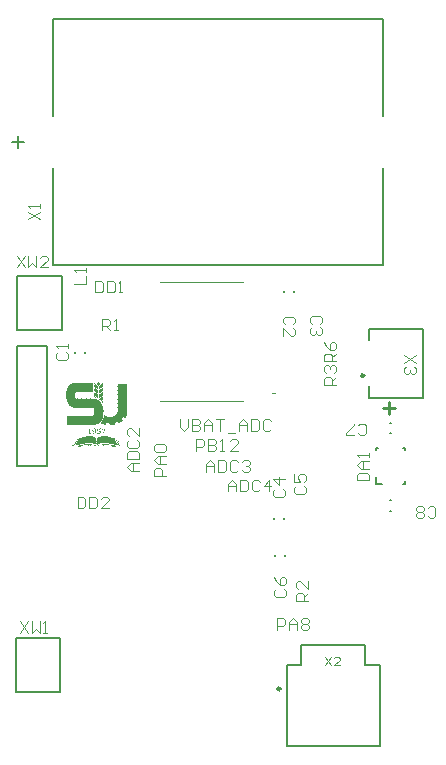
<source format=gto>
G04*
G04 #@! TF.GenerationSoftware,Altium Limited,Altium Designer,20.2.7 (254)*
G04*
G04 Layer_Color=65535*
%FSLAX44Y44*%
%MOMM*%
G71*
G04*
G04 #@! TF.SameCoordinates,3AAC9187-E8BA-4CE9-B87A-6CD4D1A61E21*
G04*
G04*
G04 #@! TF.FilePolarity,Positive*
G04*
G01*
G75*
%ADD10C,0.2500*%
%ADD11C,0.2000*%
%ADD12C,0.2540*%
%ADD13C,0.1000*%
G36*
X1965438Y1438075D02*
X1965266D01*
Y1437903D01*
X1965438D01*
Y1437731D01*
X1965266D01*
Y1437560D01*
X1965438D01*
Y1437388D01*
X1965266D01*
Y1437216D01*
X1965438D01*
Y1437045D01*
X1965266D01*
Y1436873D01*
X1965438D01*
Y1436701D01*
X1965266D01*
Y1436530D01*
X1965438D01*
Y1436358D01*
X1965266D01*
Y1436186D01*
X1965438D01*
Y1436015D01*
X1965266D01*
Y1435843D01*
X1965438D01*
Y1435671D01*
X1965266D01*
Y1435500D01*
X1965438D01*
Y1435328D01*
X1965266D01*
Y1435156D01*
X1965438D01*
Y1434984D01*
X1965266D01*
Y1434813D01*
X1965438D01*
Y1434641D01*
X1965266D01*
Y1434469D01*
X1965438D01*
Y1434298D01*
X1965266D01*
Y1434126D01*
X1965438D01*
Y1433954D01*
X1965266D01*
Y1433783D01*
X1965438D01*
Y1433611D01*
X1965266D01*
Y1433439D01*
X1965438D01*
Y1433268D01*
X1965266D01*
Y1433096D01*
X1965438D01*
Y1432924D01*
X1965266D01*
Y1432753D01*
X1965438D01*
Y1432581D01*
X1965266D01*
Y1432409D01*
X1965438D01*
Y1432238D01*
X1965266D01*
Y1432066D01*
X1965438D01*
Y1431894D01*
X1965266D01*
Y1431723D01*
X1965438D01*
Y1431551D01*
X1965266D01*
Y1431379D01*
X1965438D01*
Y1431207D01*
X1965266D01*
Y1431036D01*
X1965438D01*
Y1430864D01*
X1965266D01*
Y1430692D01*
X1965438D01*
Y1430521D01*
X1965266D01*
Y1430349D01*
X1965438D01*
Y1430177D01*
X1950845D01*
Y1430006D01*
X1950673D01*
Y1429834D01*
X1950502D01*
Y1429662D01*
X1950330D01*
Y1429491D01*
X1950158D01*
Y1429319D01*
X1950330D01*
Y1429147D01*
X1950158D01*
Y1428976D01*
Y1428804D01*
Y1428632D01*
X1949987D01*
Y1428461D01*
Y1428289D01*
Y1428117D01*
X1950158D01*
Y1427946D01*
X1949987D01*
Y1427774D01*
Y1427602D01*
Y1427430D01*
X1950158D01*
Y1427259D01*
X1949987D01*
Y1427087D01*
X1950158D01*
Y1426915D01*
X1949987D01*
Y1426744D01*
X1950158D01*
Y1426572D01*
X1949987D01*
Y1426400D01*
Y1426229D01*
Y1426057D01*
X1950158D01*
Y1425885D01*
Y1425714D01*
Y1425542D01*
X1950330D01*
Y1425370D01*
X1950502D01*
Y1425199D01*
Y1425027D01*
Y1424855D01*
X1951017D01*
Y1424684D01*
X1951188D01*
Y1424855D01*
X1951360D01*
Y1424684D01*
X1951875D01*
Y1424855D01*
X1952047D01*
Y1424684D01*
X1952218D01*
Y1424512D01*
X1952390D01*
Y1424684D01*
X1952562D01*
Y1424855D01*
X1952734D01*
Y1424684D01*
X1953592D01*
Y1424512D01*
X1953764D01*
Y1424684D01*
X1953935D01*
Y1424855D01*
X1954107D01*
Y1424684D01*
X1954622D01*
Y1424855D01*
X1954794D01*
Y1424684D01*
X1954965D01*
Y1424512D01*
X1955137D01*
Y1424684D01*
X1955309D01*
Y1424855D01*
X1955480D01*
Y1424684D01*
X1956339D01*
Y1424512D01*
X1956511D01*
Y1424684D01*
X1956682D01*
Y1424855D01*
X1956854D01*
Y1424684D01*
X1957369D01*
Y1424855D01*
X1957541D01*
Y1424684D01*
X1957712D01*
Y1424512D01*
X1957884D01*
Y1424684D01*
X1958056D01*
Y1424855D01*
X1958227D01*
Y1424684D01*
X1959086D01*
Y1424512D01*
X1959258D01*
Y1424684D01*
X1959429D01*
Y1424855D01*
X1959601D01*
Y1424684D01*
X1960116D01*
Y1424855D01*
X1960288D01*
Y1424684D01*
X1960459D01*
Y1424512D01*
X1960631D01*
Y1424684D01*
X1960803D01*
Y1424855D01*
X1960974D01*
Y1424684D01*
X1961833D01*
Y1424512D01*
X1962004D01*
Y1424684D01*
X1962176D01*
Y1424855D01*
X1962348D01*
Y1424684D01*
X1962863D01*
Y1424855D01*
X1963035D01*
Y1424684D01*
X1963206D01*
Y1424512D01*
X1963378D01*
Y1424684D01*
X1963549D01*
Y1424855D01*
X1963721D01*
Y1424684D01*
X1964580D01*
Y1424512D01*
X1964751D01*
Y1424684D01*
X1964923D01*
Y1424855D01*
X1965095D01*
Y1424684D01*
X1965953D01*
Y1424512D01*
X1966125D01*
Y1424684D01*
X1966296D01*
Y1424512D01*
X1966812D01*
Y1424340D01*
X1966983D01*
Y1424512D01*
X1967155D01*
Y1424340D01*
X1967327D01*
Y1424169D01*
X1967498D01*
Y1424340D01*
X1967670D01*
Y1424169D01*
X1968185D01*
Y1423997D01*
X1968357D01*
Y1423825D01*
X1968528D01*
Y1423997D01*
X1968700D01*
Y1423825D01*
X1968872D01*
Y1423653D01*
X1969043D01*
Y1423482D01*
X1969558D01*
Y1423310D01*
X1969730D01*
Y1423138D01*
X1969902D01*
Y1422967D01*
X1970073D01*
Y1422795D01*
X1970589D01*
Y1422623D01*
Y1422452D01*
X1970932D01*
Y1422280D01*
Y1422108D01*
X1971275D01*
Y1421937D01*
Y1421765D01*
Y1421593D01*
X1971447D01*
Y1421422D01*
X1971619D01*
Y1421250D01*
X1971790D01*
Y1421078D01*
X1971962D01*
Y1420907D01*
Y1420735D01*
X1972134D01*
Y1420563D01*
Y1420392D01*
X1972305D01*
Y1420220D01*
X1972477D01*
Y1420048D01*
X1972649D01*
Y1419876D01*
X1972477D01*
Y1419705D01*
X1972649D01*
Y1419533D01*
X1972820D01*
Y1419361D01*
Y1419190D01*
Y1419018D01*
X1972992D01*
Y1418846D01*
Y1418675D01*
X1973164D01*
Y1418503D01*
Y1418331D01*
X1973335D01*
Y1418160D01*
X1973164D01*
Y1417988D01*
X1973335D01*
Y1417816D01*
X1973507D01*
Y1417645D01*
X1973335D01*
Y1417473D01*
X1973507D01*
Y1417301D01*
Y1417130D01*
Y1416958D01*
X1973679D01*
Y1416786D01*
Y1416615D01*
Y1416443D01*
X1973507D01*
Y1416271D01*
X1973679D01*
Y1416100D01*
X1973851D01*
Y1415928D01*
X1973679D01*
Y1415756D01*
X1973851D01*
Y1415584D01*
Y1415413D01*
Y1415241D01*
X1974022D01*
Y1415069D01*
X1973851D01*
Y1414898D01*
Y1414726D01*
Y1414554D01*
X1974022D01*
Y1414383D01*
X1973851D01*
Y1414211D01*
Y1414039D01*
Y1413868D01*
X1974022D01*
Y1413696D01*
X1973851D01*
Y1413524D01*
Y1413353D01*
Y1413181D01*
X1974022D01*
Y1413009D01*
X1973851D01*
Y1412838D01*
Y1412666D01*
Y1412494D01*
X1974022D01*
Y1412322D01*
X1973851D01*
Y1412151D01*
Y1411979D01*
Y1411807D01*
X1974022D01*
Y1411636D01*
X1973851D01*
Y1411464D01*
Y1411292D01*
Y1411121D01*
X1974022D01*
Y1410949D01*
X1973851D01*
Y1410777D01*
Y1410606D01*
Y1410434D01*
X1973679D01*
Y1410262D01*
X1973851D01*
Y1410091D01*
X1973679D01*
Y1409919D01*
Y1409747D01*
Y1409576D01*
Y1409404D01*
Y1409232D01*
X1973507D01*
Y1409061D01*
X1973679D01*
Y1408889D01*
X1973507D01*
Y1408717D01*
Y1408545D01*
X1973335D01*
Y1408374D01*
Y1408202D01*
Y1408030D01*
Y1407859D01*
X1973164D01*
Y1407687D01*
Y1407515D01*
Y1407344D01*
X1972992D01*
Y1407172D01*
X1972820D01*
Y1407000D01*
X1972992D01*
Y1406829D01*
X1972820D01*
Y1406657D01*
X1972649D01*
Y1406485D01*
X1972477D01*
Y1406314D01*
X1972649D01*
Y1406142D01*
X1972477D01*
Y1405970D01*
X1972305D01*
Y1405798D01*
X1972134D01*
Y1405627D01*
Y1405455D01*
X1971962D01*
Y1405284D01*
Y1405112D01*
X1971790D01*
Y1404940D01*
X1971619D01*
Y1404768D01*
X1971447D01*
Y1404597D01*
X1971275D01*
Y1404425D01*
X1971104D01*
Y1404253D01*
X1970932D01*
Y1404082D01*
X1970760D01*
Y1403910D01*
X1970589D01*
Y1403738D01*
X1970073D01*
Y1403567D01*
X1969902D01*
Y1403395D01*
X1969730D01*
Y1403223D01*
X1969558D01*
Y1403052D01*
X1969387D01*
Y1403223D01*
X1969215D01*
Y1403052D01*
X1969043D01*
Y1402880D01*
X1968528D01*
Y1402708D01*
X1968013D01*
Y1402537D01*
X1967498D01*
Y1402365D01*
X1967327D01*
Y1402537D01*
X1967155D01*
Y1402365D01*
X1966640D01*
Y1402193D01*
X1966468D01*
Y1402365D01*
X1966296D01*
Y1402193D01*
X1966125D01*
Y1402021D01*
X1965953D01*
Y1402193D01*
X1965781D01*
Y1402021D01*
X1965610D01*
Y1402193D01*
X1965095D01*
Y1402021D01*
X1964236D01*
Y1402193D01*
X1964065D01*
Y1402021D01*
X1963549D01*
Y1402193D01*
X1963378D01*
Y1402021D01*
X1962863D01*
Y1402193D01*
X1962691D01*
Y1402021D01*
X1961489D01*
Y1402193D01*
X1961318D01*
Y1402021D01*
X1960803D01*
Y1402193D01*
X1960631D01*
Y1402021D01*
X1960116D01*
Y1402193D01*
X1959944D01*
Y1402021D01*
X1958742D01*
Y1402193D01*
X1958571D01*
Y1402021D01*
X1958056D01*
Y1402193D01*
X1957884D01*
Y1402021D01*
X1957369D01*
Y1402193D01*
X1957197D01*
Y1402021D01*
X1955995D01*
Y1402193D01*
X1955824D01*
Y1402021D01*
X1955309D01*
Y1402193D01*
X1955137D01*
Y1402021D01*
X1954622D01*
Y1402193D01*
X1954450D01*
Y1402021D01*
X1953249D01*
Y1402193D01*
X1953077D01*
Y1402021D01*
X1952562D01*
Y1402193D01*
X1952390D01*
Y1402021D01*
X1951875D01*
Y1402193D01*
X1951703D01*
Y1402021D01*
X1950502D01*
Y1402193D01*
X1950330D01*
Y1402021D01*
X1949815D01*
Y1402193D01*
X1949643D01*
Y1402021D01*
X1949128D01*
Y1402193D01*
X1948957D01*
Y1402021D01*
X1947755D01*
Y1402193D01*
X1947583D01*
Y1402021D01*
X1947068D01*
Y1402193D01*
X1946896D01*
Y1402021D01*
X1946381D01*
Y1402193D01*
X1946210D01*
Y1402021D01*
X1945008D01*
Y1402193D01*
X1944836D01*
Y1402021D01*
X1944321D01*
Y1402193D01*
X1944149D01*
Y1402021D01*
X1943634D01*
Y1402193D01*
X1943463D01*
Y1402021D01*
X1943291D01*
Y1402193D01*
X1943119D01*
Y1402365D01*
X1943291D01*
Y1402537D01*
X1943119D01*
Y1402708D01*
Y1402880D01*
Y1403052D01*
X1943291D01*
Y1403223D01*
X1943119D01*
Y1403395D01*
Y1403567D01*
Y1403738D01*
X1943291D01*
Y1403910D01*
X1943119D01*
Y1404082D01*
Y1404253D01*
Y1404425D01*
X1943291D01*
Y1404597D01*
X1943119D01*
Y1404768D01*
Y1404940D01*
Y1405112D01*
X1943291D01*
Y1405284D01*
X1943119D01*
Y1405455D01*
Y1405627D01*
Y1405798D01*
X1943291D01*
Y1405970D01*
X1943119D01*
Y1406142D01*
Y1406314D01*
Y1406485D01*
X1943291D01*
Y1406657D01*
X1943119D01*
Y1406829D01*
Y1407000D01*
Y1407172D01*
X1943291D01*
Y1407344D01*
X1943119D01*
Y1407515D01*
Y1407687D01*
Y1407859D01*
X1943291D01*
Y1408030D01*
X1943119D01*
Y1408202D01*
Y1408374D01*
Y1408545D01*
X1943291D01*
Y1408717D01*
X1943119D01*
Y1408889D01*
Y1409061D01*
Y1409232D01*
X1943291D01*
Y1409404D01*
X1943119D01*
Y1409576D01*
Y1409747D01*
Y1409919D01*
X1943291D01*
Y1410091D01*
X1943119D01*
Y1410262D01*
X1943291D01*
Y1410091D01*
X1943463D01*
Y1410262D01*
X1943634D01*
Y1410091D01*
X1943806D01*
Y1410262D01*
X1943978D01*
Y1410091D01*
X1944149D01*
Y1410262D01*
X1944321D01*
Y1410091D01*
X1944493D01*
Y1410262D01*
X1944664D01*
Y1410091D01*
X1944836D01*
Y1410262D01*
X1945008D01*
Y1410091D01*
X1945179D01*
Y1410262D01*
X1945351D01*
Y1410091D01*
X1945523D01*
Y1410262D01*
X1945695D01*
Y1410091D01*
X1945866D01*
Y1410262D01*
X1946038D01*
Y1410091D01*
X1946210D01*
Y1410262D01*
X1946381D01*
Y1410091D01*
X1946553D01*
Y1410262D01*
X1946725D01*
Y1410091D01*
X1946896D01*
Y1410262D01*
X1947068D01*
Y1410091D01*
X1947240D01*
Y1410262D01*
X1947411D01*
Y1410091D01*
X1947583D01*
Y1410262D01*
X1947755D01*
Y1410091D01*
X1947926D01*
Y1410262D01*
X1948098D01*
Y1410091D01*
X1948270D01*
Y1410262D01*
X1948441D01*
Y1410091D01*
X1948613D01*
Y1410262D01*
X1948785D01*
Y1410091D01*
X1948957D01*
Y1410262D01*
X1949128D01*
Y1410091D01*
X1949300D01*
Y1410262D01*
X1949472D01*
Y1410091D01*
X1949643D01*
Y1410262D01*
X1949815D01*
Y1410091D01*
X1949987D01*
Y1410262D01*
X1950158D01*
Y1410091D01*
X1950330D01*
Y1410262D01*
X1950502D01*
Y1410091D01*
X1950673D01*
Y1410262D01*
X1950845D01*
Y1410091D01*
X1951017D01*
Y1410262D01*
X1951188D01*
Y1410091D01*
X1951360D01*
Y1410262D01*
X1951532D01*
Y1410091D01*
X1951703D01*
Y1410262D01*
X1951875D01*
Y1410091D01*
X1952047D01*
Y1410262D01*
X1952218D01*
Y1410091D01*
X1952390D01*
Y1410262D01*
X1952562D01*
Y1410091D01*
X1952734D01*
Y1410262D01*
X1952905D01*
Y1410091D01*
X1953077D01*
Y1410262D01*
X1953249D01*
Y1410091D01*
X1953420D01*
Y1410262D01*
X1953592D01*
Y1410091D01*
X1953764D01*
Y1410262D01*
X1953935D01*
Y1410091D01*
X1954107D01*
Y1410262D01*
X1954279D01*
Y1410091D01*
X1954450D01*
Y1410262D01*
X1954622D01*
Y1410091D01*
X1954794D01*
Y1410262D01*
X1954965D01*
Y1410091D01*
X1955137D01*
Y1410262D01*
X1955309D01*
Y1410091D01*
X1955480D01*
Y1410262D01*
X1955652D01*
Y1410091D01*
X1955824D01*
Y1410262D01*
X1955995D01*
Y1410091D01*
X1956167D01*
Y1410262D01*
X1956339D01*
Y1410091D01*
X1956511D01*
Y1410262D01*
X1956682D01*
Y1410091D01*
X1956854D01*
Y1410262D01*
X1957026D01*
Y1410091D01*
X1957197D01*
Y1410262D01*
X1957369D01*
Y1410091D01*
X1957541D01*
Y1410262D01*
X1957712D01*
Y1410091D01*
X1957884D01*
Y1410262D01*
X1958056D01*
Y1410091D01*
X1958227D01*
Y1410262D01*
X1958399D01*
Y1410091D01*
X1958571D01*
Y1410262D01*
X1958742D01*
Y1410091D01*
X1958914D01*
Y1410262D01*
X1959086D01*
Y1410091D01*
X1959258D01*
Y1410262D01*
X1959429D01*
Y1410091D01*
X1959601D01*
Y1410262D01*
X1959772D01*
Y1410091D01*
X1959944D01*
Y1410262D01*
X1960116D01*
Y1410091D01*
X1960288D01*
Y1410262D01*
X1960459D01*
Y1410091D01*
X1960631D01*
Y1410262D01*
X1960803D01*
Y1410091D01*
X1960974D01*
Y1410262D01*
X1961146D01*
Y1410091D01*
X1961318D01*
Y1410262D01*
X1961489D01*
Y1410091D01*
X1961661D01*
Y1410262D01*
X1961833D01*
Y1410091D01*
X1962004D01*
Y1410262D01*
X1962176D01*
Y1410091D01*
X1962348D01*
Y1410262D01*
X1962519D01*
Y1410091D01*
X1962691D01*
Y1410262D01*
X1962863D01*
Y1410091D01*
X1963035D01*
Y1410262D01*
X1963206D01*
Y1410091D01*
X1963378D01*
Y1410262D01*
X1963549D01*
Y1410091D01*
X1963721D01*
Y1410262D01*
X1963893D01*
Y1410091D01*
X1964065D01*
Y1410262D01*
X1964236D01*
Y1410091D01*
X1964408D01*
Y1410262D01*
X1964923D01*
Y1410434D01*
X1965095D01*
Y1410262D01*
X1965266D01*
Y1410434D01*
X1965438D01*
Y1410606D01*
X1965610D01*
Y1410434D01*
X1965781D01*
Y1410606D01*
Y1410777D01*
Y1410949D01*
X1965953D01*
Y1411121D01*
X1966125D01*
Y1411292D01*
Y1411464D01*
Y1411636D01*
X1966296D01*
Y1411807D01*
X1966125D01*
Y1411979D01*
X1966296D01*
Y1412151D01*
Y1412322D01*
Y1412494D01*
X1966468D01*
Y1412666D01*
X1966296D01*
Y1412838D01*
Y1413009D01*
Y1413181D01*
X1966468D01*
Y1413353D01*
X1966296D01*
Y1413524D01*
Y1413696D01*
Y1413868D01*
X1966468D01*
Y1414039D01*
X1966296D01*
Y1414211D01*
Y1414383D01*
Y1414554D01*
X1966468D01*
Y1414726D01*
X1966296D01*
Y1414898D01*
Y1415069D01*
Y1415241D01*
X1966125D01*
Y1415413D01*
X1965953D01*
Y1415584D01*
X1966125D01*
Y1415756D01*
X1965953D01*
Y1415928D01*
X1965781D01*
Y1416100D01*
X1965610D01*
Y1416271D01*
X1965438D01*
Y1416443D01*
X1964923D01*
Y1416615D01*
X1964408D01*
Y1416443D01*
X1964236D01*
Y1416615D01*
X1964065D01*
Y1416443D01*
X1963893D01*
Y1416615D01*
X1963721D01*
Y1416443D01*
X1963549D01*
Y1416615D01*
X1963035D01*
Y1416443D01*
X1962863D01*
Y1416615D01*
X1962348D01*
Y1416443D01*
X1962176D01*
Y1416615D01*
X1961661D01*
Y1416443D01*
X1961489D01*
Y1416615D01*
X1961318D01*
Y1416443D01*
X1961146D01*
Y1416615D01*
X1960974D01*
Y1416443D01*
X1960803D01*
Y1416615D01*
X1960288D01*
Y1416443D01*
X1960116D01*
Y1416615D01*
X1959601D01*
Y1416443D01*
X1959429D01*
Y1416615D01*
X1958914D01*
Y1416443D01*
X1958742D01*
Y1416615D01*
X1958571D01*
Y1416443D01*
X1958399D01*
Y1416615D01*
X1958227D01*
Y1416443D01*
X1958056D01*
Y1416615D01*
X1957541D01*
Y1416443D01*
X1957369D01*
Y1416615D01*
X1956854D01*
Y1416443D01*
X1956682D01*
Y1416615D01*
X1956167D01*
Y1416443D01*
X1955995D01*
Y1416615D01*
X1955824D01*
Y1416443D01*
X1955652D01*
Y1416615D01*
X1955480D01*
Y1416443D01*
X1955309D01*
Y1416615D01*
X1954794D01*
Y1416443D01*
X1954622D01*
Y1416615D01*
X1954107D01*
Y1416443D01*
X1953935D01*
Y1416615D01*
X1953420D01*
Y1416443D01*
X1953249D01*
Y1416615D01*
X1953077D01*
Y1416443D01*
X1952905D01*
Y1416615D01*
X1952734D01*
Y1416443D01*
X1952562D01*
Y1416615D01*
X1952047D01*
Y1416443D01*
X1951875D01*
Y1416615D01*
X1951360D01*
Y1416443D01*
X1951188D01*
Y1416615D01*
X1950673D01*
Y1416443D01*
X1950502D01*
Y1416615D01*
X1950330D01*
Y1416786D01*
X1950158D01*
Y1416615D01*
X1949987D01*
Y1416786D01*
X1949815D01*
Y1416615D01*
X1949643D01*
Y1416786D01*
X1948785D01*
Y1416958D01*
X1948270D01*
Y1417130D01*
X1948098D01*
Y1416958D01*
X1947926D01*
Y1417130D01*
X1947755D01*
Y1417301D01*
X1947583D01*
Y1417130D01*
X1947411D01*
Y1417301D01*
X1947240D01*
Y1417473D01*
X1946725D01*
Y1417645D01*
X1946553D01*
Y1417816D01*
X1946381D01*
Y1417988D01*
X1946210D01*
Y1418160D01*
X1945695D01*
Y1418331D01*
X1945523D01*
Y1418503D01*
X1945351D01*
Y1418675D01*
X1945179D01*
Y1418846D01*
X1945008D01*
Y1419018D01*
X1944836D01*
Y1419190D01*
X1944664D01*
Y1419361D01*
Y1419533D01*
X1944493D01*
Y1419705D01*
Y1419876D01*
X1944321D01*
Y1420048D01*
X1944149D01*
Y1420220D01*
X1943978D01*
Y1420392D01*
X1944149D01*
Y1420563D01*
X1943806D01*
Y1420735D01*
Y1420907D01*
X1943634D01*
Y1421078D01*
Y1421250D01*
Y1421422D01*
X1943463D01*
Y1421593D01*
X1943291D01*
Y1421765D01*
X1943463D01*
Y1421937D01*
X1943291D01*
Y1422108D01*
X1943119D01*
Y1422280D01*
Y1422452D01*
Y1422623D01*
X1942948D01*
Y1422795D01*
X1943119D01*
Y1422967D01*
X1942948D01*
Y1423138D01*
Y1423310D01*
Y1423482D01*
X1942776D01*
Y1423653D01*
X1942604D01*
Y1423825D01*
X1942776D01*
Y1423997D01*
X1942604D01*
Y1424169D01*
X1942776D01*
Y1424340D01*
X1942604D01*
Y1424512D01*
X1942776D01*
Y1424684D01*
X1942604D01*
Y1424855D01*
Y1425027D01*
Y1425199D01*
X1942433D01*
Y1425370D01*
X1942604D01*
Y1425542D01*
Y1425714D01*
Y1425885D01*
X1942433D01*
Y1426057D01*
X1942604D01*
Y1426229D01*
Y1426400D01*
Y1426572D01*
X1942433D01*
Y1426744D01*
X1942604D01*
Y1426915D01*
Y1427087D01*
Y1427259D01*
X1942433D01*
Y1427430D01*
X1942604D01*
Y1427602D01*
Y1427774D01*
Y1427946D01*
X1942433D01*
Y1428117D01*
X1942604D01*
Y1428289D01*
Y1428461D01*
Y1428632D01*
X1942433D01*
Y1428804D01*
X1942604D01*
Y1428976D01*
Y1429147D01*
Y1429319D01*
X1942433D01*
Y1429491D01*
X1942604D01*
Y1429662D01*
Y1429834D01*
Y1430006D01*
X1942776D01*
Y1430177D01*
X1942604D01*
Y1430349D01*
Y1430521D01*
Y1430692D01*
X1942776D01*
Y1430864D01*
X1942604D01*
Y1431036D01*
X1942776D01*
Y1431207D01*
X1942604D01*
Y1431379D01*
X1942776D01*
Y1431551D01*
Y1431723D01*
Y1431894D01*
X1942948D01*
Y1432066D01*
Y1432238D01*
Y1432409D01*
X1943119D01*
Y1432581D01*
Y1432753D01*
Y1432924D01*
X1943291D01*
Y1433096D01*
Y1433268D01*
Y1433439D01*
X1943463D01*
Y1433611D01*
Y1433783D01*
Y1433954D01*
X1943634D01*
Y1434126D01*
X1943806D01*
Y1434298D01*
X1943634D01*
Y1434469D01*
X1943806D01*
Y1434641D01*
X1943978D01*
Y1434813D01*
X1944149D01*
Y1434984D01*
Y1435156D01*
X1944493D01*
Y1435328D01*
X1944321D01*
Y1435500D01*
X1944493D01*
Y1435671D01*
X1944664D01*
Y1435843D01*
X1944836D01*
Y1436015D01*
X1945008D01*
Y1436186D01*
X1945179D01*
Y1436358D01*
X1945351D01*
Y1436530D01*
X1945523D01*
Y1436701D01*
X1945695D01*
Y1436873D01*
X1946210D01*
Y1437045D01*
X1946381D01*
Y1437216D01*
X1946725D01*
Y1437388D01*
X1947068D01*
Y1437560D01*
X1947240D01*
Y1437731D01*
X1947411D01*
Y1437560D01*
X1947583D01*
Y1437731D01*
X1947755D01*
Y1437903D01*
X1948613D01*
Y1438075D01*
X1948785D01*
Y1438246D01*
X1948957D01*
Y1438075D01*
X1949128D01*
Y1437903D01*
X1949300D01*
Y1438075D01*
X1949472D01*
Y1438246D01*
X1949643D01*
Y1438075D01*
X1949815D01*
Y1438246D01*
X1949987D01*
Y1438075D01*
X1950158D01*
Y1438246D01*
X1965438D01*
Y1438075D01*
D02*
G37*
G36*
X1969902Y1438418D02*
X1970073D01*
Y1438246D01*
X1970245D01*
Y1438075D01*
X1970417D01*
Y1437903D01*
X1970589D01*
Y1437731D01*
X1970760D01*
Y1437560D01*
X1971104D01*
Y1437388D01*
Y1437216D01*
X1971447D01*
Y1437045D01*
X1971104D01*
Y1436873D01*
Y1436701D01*
X1970760D01*
Y1436530D01*
X1970589D01*
Y1436358D01*
X1970417D01*
Y1436186D01*
X1970245D01*
Y1436015D01*
X1970073D01*
Y1435843D01*
X1969902D01*
Y1435671D01*
X1969730D01*
Y1435843D01*
X1969558D01*
Y1436015D01*
X1969387D01*
Y1436186D01*
X1969215D01*
Y1436358D01*
X1969043D01*
Y1436530D01*
X1968872D01*
Y1436701D01*
X1968357D01*
Y1436873D01*
Y1437045D01*
X1968013D01*
Y1437216D01*
X1968185D01*
Y1437388D01*
X1968357D01*
Y1437216D01*
X1968528D01*
Y1437388D01*
Y1437560D01*
X1968700D01*
Y1437731D01*
Y1437903D01*
X1969215D01*
Y1438075D01*
X1969387D01*
Y1438246D01*
X1969558D01*
Y1438418D01*
X1969730D01*
Y1438590D01*
X1969902D01*
Y1438418D01*
D02*
G37*
G36*
X1973335Y1437388D02*
X1973164D01*
Y1437216D01*
X1973335D01*
Y1437045D01*
X1973164D01*
Y1436873D01*
X1973335D01*
Y1436701D01*
X1973164D01*
Y1436530D01*
X1973335D01*
Y1436358D01*
X1973164D01*
Y1436186D01*
X1973335D01*
Y1436015D01*
X1973164D01*
Y1435843D01*
X1973335D01*
Y1435671D01*
X1973164D01*
Y1435500D01*
X1973335D01*
Y1435328D01*
X1973164D01*
Y1435156D01*
X1973335D01*
Y1434984D01*
X1973164D01*
Y1434813D01*
X1973335D01*
Y1434641D01*
X1973164D01*
Y1434469D01*
X1972992D01*
Y1434298D01*
X1972649D01*
Y1434126D01*
Y1433954D01*
X1972134D01*
Y1433783D01*
X1971962D01*
Y1433611D01*
X1971790D01*
Y1433439D01*
X1971619D01*
Y1433268D01*
X1971104D01*
Y1433096D01*
X1971275D01*
Y1432924D01*
X1970760D01*
Y1432753D01*
X1970589D01*
Y1432581D01*
X1970417D01*
Y1432409D01*
X1970245D01*
Y1432238D01*
X1970073D01*
Y1432409D01*
Y1432581D01*
Y1432753D01*
X1970245D01*
Y1432924D01*
X1970073D01*
Y1433096D01*
Y1433268D01*
Y1433439D01*
X1970245D01*
Y1433611D01*
X1970073D01*
Y1433783D01*
X1970245D01*
Y1433954D01*
X1970073D01*
Y1434126D01*
X1970245D01*
Y1434298D01*
X1970073D01*
Y1434469D01*
Y1434641D01*
Y1434813D01*
X1970245D01*
Y1434984D01*
X1970073D01*
Y1435156D01*
X1970245D01*
Y1435328D01*
X1970417D01*
Y1435500D01*
X1970589D01*
Y1435671D01*
X1970760D01*
Y1435843D01*
X1970932D01*
Y1436015D01*
X1971104D01*
Y1436186D01*
X1971619D01*
Y1436358D01*
X1971790D01*
Y1436530D01*
X1971962D01*
Y1436701D01*
X1972134D01*
Y1436873D01*
X1972305D01*
Y1437045D01*
X1972477D01*
Y1437216D01*
X1972820D01*
Y1437388D01*
Y1437560D01*
X1973335D01*
Y1437388D01*
D02*
G37*
G36*
X1966468D02*
X1966640D01*
Y1437216D01*
X1967155D01*
Y1437045D01*
X1967327D01*
Y1436873D01*
X1967498D01*
Y1436701D01*
X1967670D01*
Y1436530D01*
X1967842D01*
Y1436358D01*
X1968013D01*
Y1436186D01*
X1968185D01*
Y1436015D01*
X1968357D01*
Y1435843D01*
X1968872D01*
Y1435671D01*
X1969043D01*
Y1435500D01*
X1969215D01*
Y1435328D01*
X1969387D01*
Y1435156D01*
X1969558D01*
Y1434984D01*
X1969387D01*
Y1434813D01*
X1969558D01*
Y1434641D01*
X1969387D01*
Y1434469D01*
X1969558D01*
Y1434298D01*
X1969387D01*
Y1434126D01*
X1969558D01*
Y1433954D01*
X1969387D01*
Y1433783D01*
X1969558D01*
Y1433611D01*
X1969387D01*
Y1433439D01*
X1969558D01*
Y1433268D01*
X1969387D01*
Y1433096D01*
X1969558D01*
Y1432924D01*
X1969387D01*
Y1432753D01*
X1969558D01*
Y1432581D01*
X1969387D01*
Y1432409D01*
X1969558D01*
Y1432238D01*
X1969387D01*
Y1432409D01*
X1969215D01*
Y1432581D01*
X1969043D01*
Y1432753D01*
X1968872D01*
Y1432924D01*
X1968357D01*
Y1433096D01*
X1968185D01*
Y1433268D01*
X1968013D01*
Y1433439D01*
X1967842D01*
Y1433611D01*
X1967498D01*
Y1433783D01*
X1967327D01*
Y1433954D01*
X1966983D01*
Y1434126D01*
X1966812D01*
Y1434298D01*
X1966640D01*
Y1434469D01*
X1966468D01*
Y1434641D01*
X1966296D01*
Y1434813D01*
Y1434984D01*
Y1435156D01*
X1966468D01*
Y1435328D01*
X1966296D01*
Y1435500D01*
Y1435671D01*
Y1435843D01*
X1966468D01*
Y1436015D01*
X1966296D01*
Y1436186D01*
Y1436358D01*
Y1436530D01*
X1966468D01*
Y1436701D01*
X1966296D01*
Y1436873D01*
Y1437045D01*
Y1437216D01*
X1966468D01*
Y1437388D01*
X1966296D01*
Y1437560D01*
X1966468D01*
Y1437388D01*
D02*
G37*
G36*
X1973164Y1433783D02*
X1973335D01*
Y1433611D01*
X1973164D01*
Y1433439D01*
X1973335D01*
Y1433268D01*
X1973164D01*
Y1433096D01*
X1973335D01*
Y1432924D01*
X1973164D01*
Y1432753D01*
X1973335D01*
Y1432581D01*
X1973164D01*
Y1432409D01*
X1973335D01*
Y1432238D01*
X1973164D01*
Y1432066D01*
X1973335D01*
Y1431894D01*
X1973164D01*
Y1431723D01*
X1973335D01*
Y1431551D01*
X1973164D01*
Y1431379D01*
X1973335D01*
Y1431207D01*
X1973164D01*
Y1431036D01*
X1973335D01*
Y1430864D01*
X1972992D01*
Y1430692D01*
Y1430521D01*
X1972477D01*
Y1430349D01*
X1972305D01*
Y1430177D01*
X1972134D01*
Y1430006D01*
X1971962D01*
Y1429834D01*
X1971790D01*
Y1429662D01*
X1971619D01*
Y1429491D01*
X1971104D01*
Y1429319D01*
X1970932D01*
Y1429147D01*
X1970760D01*
Y1428976D01*
X1970589D01*
Y1428804D01*
X1970073D01*
Y1428976D01*
Y1429147D01*
Y1429319D01*
X1970245D01*
Y1429491D01*
X1970073D01*
Y1429662D01*
X1970245D01*
Y1429834D01*
X1970073D01*
Y1430006D01*
X1970245D01*
Y1430177D01*
X1970073D01*
Y1430349D01*
Y1430521D01*
Y1430692D01*
X1970245D01*
Y1430864D01*
X1970073D01*
Y1431036D01*
X1970245D01*
Y1431207D01*
X1970073D01*
Y1431379D01*
X1970245D01*
Y1431551D01*
X1970073D01*
Y1431723D01*
X1970589D01*
Y1431894D01*
X1970760D01*
Y1432066D01*
X1970932D01*
Y1432238D01*
X1971104D01*
Y1432409D01*
X1971275D01*
Y1432581D01*
X1971447D01*
Y1432753D01*
X1971790D01*
Y1432924D01*
Y1433096D01*
X1972305D01*
Y1433268D01*
X1972477D01*
Y1433439D01*
X1972649D01*
Y1433611D01*
X1972820D01*
Y1433783D01*
X1972992D01*
Y1433954D01*
X1973164D01*
Y1433783D01*
D02*
G37*
G36*
X1966640Y1433611D02*
Y1433439D01*
X1967155D01*
Y1433268D01*
X1967327D01*
Y1433096D01*
X1967498D01*
Y1432924D01*
X1967670D01*
Y1432753D01*
X1967842D01*
Y1432581D01*
X1968013D01*
Y1432409D01*
X1968528D01*
Y1432238D01*
X1968700D01*
Y1432066D01*
X1968872D01*
Y1431894D01*
X1969043D01*
Y1431723D01*
X1969215D01*
Y1431551D01*
X1969387D01*
Y1431379D01*
X1969558D01*
Y1431207D01*
X1969387D01*
Y1431036D01*
X1969558D01*
Y1430864D01*
X1969387D01*
Y1430692D01*
X1969558D01*
Y1430521D01*
X1969387D01*
Y1430349D01*
X1969558D01*
Y1430177D01*
X1969387D01*
Y1430006D01*
X1969558D01*
Y1429834D01*
X1969387D01*
Y1429662D01*
X1969558D01*
Y1429491D01*
X1969387D01*
Y1429319D01*
X1969558D01*
Y1429147D01*
X1969387D01*
Y1428976D01*
X1969558D01*
Y1428804D01*
X1969387D01*
Y1428632D01*
X1969215D01*
Y1428804D01*
X1969043D01*
Y1428976D01*
X1968872D01*
Y1429147D01*
X1968700D01*
Y1429319D01*
X1968357D01*
Y1429491D01*
X1968013D01*
Y1429662D01*
X1967842D01*
Y1429834D01*
X1967670D01*
Y1430006D01*
X1967498D01*
Y1430177D01*
X1966983D01*
Y1430349D01*
Y1430521D01*
X1966640D01*
Y1430692D01*
X1966468D01*
Y1430864D01*
X1966296D01*
Y1431036D01*
X1966468D01*
Y1431207D01*
X1966296D01*
Y1431379D01*
Y1431551D01*
Y1431723D01*
X1966468D01*
Y1431894D01*
X1966296D01*
Y1432066D01*
Y1432238D01*
Y1432409D01*
X1966468D01*
Y1432581D01*
X1966296D01*
Y1432753D01*
Y1432924D01*
Y1433096D01*
X1966468D01*
Y1433268D01*
X1966296D01*
Y1433439D01*
Y1433611D01*
Y1433783D01*
X1966640D01*
Y1433611D01*
D02*
G37*
G36*
X1973164Y1430006D02*
X1973335D01*
Y1429834D01*
X1973164D01*
Y1429662D01*
X1973335D01*
Y1429491D01*
X1973164D01*
Y1429319D01*
X1973335D01*
Y1429147D01*
X1973164D01*
Y1428976D01*
X1973335D01*
Y1428804D01*
X1973164D01*
Y1428632D01*
X1973335D01*
Y1428461D01*
X1973164D01*
Y1428289D01*
X1973335D01*
Y1428117D01*
X1973164D01*
Y1427946D01*
X1973335D01*
Y1427774D01*
X1973164D01*
Y1427602D01*
X1973335D01*
Y1427430D01*
X1973164D01*
Y1427259D01*
Y1427087D01*
X1972820D01*
Y1426915D01*
Y1426744D01*
X1972477D01*
Y1426572D01*
X1972305D01*
Y1426400D01*
X1972134D01*
Y1426229D01*
X1971962D01*
Y1426400D01*
X1971790D01*
Y1426229D01*
X1971962D01*
Y1426057D01*
X1971447D01*
Y1425885D01*
X1971275D01*
Y1425714D01*
X1971104D01*
Y1425542D01*
X1970932D01*
Y1425370D01*
X1970760D01*
Y1425199D01*
X1970417D01*
Y1425027D01*
X1970073D01*
Y1425199D01*
X1970245D01*
Y1425370D01*
X1970073D01*
Y1425542D01*
X1970245D01*
Y1425714D01*
X1970073D01*
Y1425885D01*
X1970245D01*
Y1426057D01*
X1970073D01*
Y1426229D01*
Y1426400D01*
Y1426572D01*
X1970245D01*
Y1426744D01*
X1970073D01*
Y1426915D01*
X1970245D01*
Y1427087D01*
X1970073D01*
Y1427259D01*
X1970245D01*
Y1427430D01*
X1970073D01*
Y1427602D01*
Y1427774D01*
Y1427946D01*
X1970417D01*
Y1428117D01*
Y1428289D01*
X1970932D01*
Y1428461D01*
X1971104D01*
Y1428632D01*
X1971275D01*
Y1428804D01*
X1971447D01*
Y1428976D01*
X1971619D01*
Y1429147D01*
X1971790D01*
Y1429319D01*
X1972305D01*
Y1429491D01*
X1972477D01*
Y1429662D01*
X1972649D01*
Y1429834D01*
X1972820D01*
Y1430006D01*
X1972992D01*
Y1430177D01*
X1973164D01*
Y1430006D01*
D02*
G37*
G36*
X1966468Y1430177D02*
X1966640D01*
Y1430006D01*
X1966812D01*
Y1429834D01*
X1966983D01*
Y1429662D01*
X1967155D01*
Y1429491D01*
X1967327D01*
Y1429319D01*
X1967670D01*
Y1429147D01*
Y1428976D01*
X1968185D01*
Y1428804D01*
X1968357D01*
Y1428632D01*
X1968528D01*
Y1428461D01*
X1968700D01*
Y1428289D01*
X1968872D01*
Y1428117D01*
X1969043D01*
Y1427946D01*
X1969558D01*
Y1427774D01*
X1969387D01*
Y1427602D01*
X1969558D01*
Y1427430D01*
X1969387D01*
Y1427259D01*
X1969558D01*
Y1427087D01*
X1969387D01*
Y1426915D01*
X1969558D01*
Y1426744D01*
X1969387D01*
Y1426572D01*
X1969558D01*
Y1426400D01*
X1969387D01*
Y1426229D01*
X1969558D01*
Y1426057D01*
X1969387D01*
Y1425885D01*
X1969558D01*
Y1425714D01*
X1969387D01*
Y1425542D01*
X1969558D01*
Y1425370D01*
X1969387D01*
Y1425199D01*
X1969558D01*
Y1425027D01*
X1969043D01*
Y1425199D01*
X1968872D01*
Y1425370D01*
X1968700D01*
Y1425542D01*
X1968528D01*
Y1425714D01*
X1968013D01*
Y1425885D01*
X1967842D01*
Y1426057D01*
X1967670D01*
Y1426229D01*
X1967498D01*
Y1426400D01*
X1967327D01*
Y1426572D01*
X1967155D01*
Y1426744D01*
X1966640D01*
Y1426915D01*
Y1427087D01*
X1966296D01*
Y1427259D01*
Y1427430D01*
Y1427602D01*
X1966468D01*
Y1427774D01*
X1966296D01*
Y1427946D01*
Y1428117D01*
Y1428289D01*
X1966468D01*
Y1428461D01*
X1966296D01*
Y1428632D01*
Y1428804D01*
Y1428976D01*
X1966468D01*
Y1429147D01*
X1966296D01*
Y1429319D01*
Y1429491D01*
Y1429662D01*
X1966468D01*
Y1429834D01*
X1966296D01*
Y1430006D01*
X1966468D01*
Y1430177D01*
X1966296D01*
Y1430349D01*
X1966468D01*
Y1430177D01*
D02*
G37*
G36*
Y1426400D02*
X1966640D01*
Y1426229D01*
X1966812D01*
Y1426057D01*
X1966983D01*
Y1425885D01*
X1967155D01*
Y1425714D01*
X1967327D01*
Y1425542D01*
X1967842D01*
Y1425370D01*
X1968013D01*
Y1425199D01*
X1968185D01*
Y1425027D01*
X1967670D01*
Y1425199D01*
X1967498D01*
Y1425370D01*
X1967327D01*
Y1425199D01*
X1967155D01*
Y1425370D01*
X1966296D01*
Y1425542D01*
X1966468D01*
Y1425714D01*
X1966296D01*
Y1425885D01*
Y1426057D01*
Y1426229D01*
X1966468D01*
Y1426400D01*
X1966296D01*
Y1426572D01*
X1966468D01*
Y1426400D01*
D02*
G37*
G36*
X1973164Y1426229D02*
X1973335D01*
Y1426057D01*
X1973164D01*
Y1425885D01*
X1973335D01*
Y1425714D01*
X1973164D01*
Y1425542D01*
X1973335D01*
Y1425370D01*
X1973164D01*
Y1425199D01*
X1973335D01*
Y1425027D01*
X1973164D01*
Y1424855D01*
X1973335D01*
Y1424684D01*
X1973164D01*
Y1424512D01*
X1973335D01*
Y1424340D01*
X1973164D01*
Y1424169D01*
X1973335D01*
Y1423997D01*
X1973164D01*
Y1423825D01*
X1973335D01*
Y1423653D01*
X1973164D01*
Y1423482D01*
X1972992D01*
Y1423310D01*
X1972820D01*
Y1423138D01*
X1972649D01*
Y1422967D01*
X1972477D01*
Y1422795D01*
X1972305D01*
Y1422623D01*
X1971619D01*
Y1422795D01*
Y1422967D01*
X1971447D01*
Y1423138D01*
X1971275D01*
Y1423310D01*
X1970932D01*
Y1423482D01*
Y1423653D01*
X1970417D01*
Y1423825D01*
X1970245D01*
Y1423997D01*
X1970073D01*
Y1424169D01*
X1970245D01*
Y1424340D01*
X1970417D01*
Y1424512D01*
X1970589D01*
Y1424684D01*
X1970760D01*
Y1424855D01*
X1971275D01*
Y1425027D01*
X1971447D01*
Y1425199D01*
X1971619D01*
Y1425370D01*
X1971790D01*
Y1425542D01*
X1971962D01*
Y1425714D01*
X1972134D01*
Y1425885D01*
X1972649D01*
Y1426057D01*
Y1426229D01*
X1972992D01*
Y1426400D01*
X1973164D01*
Y1426229D01*
D02*
G37*
G36*
X1973335Y1422623D02*
X1973164D01*
Y1422452D01*
X1973335D01*
Y1422280D01*
X1973164D01*
Y1422108D01*
X1973335D01*
Y1421937D01*
X1973164D01*
Y1421765D01*
X1973335D01*
Y1421593D01*
X1973164D01*
Y1421422D01*
X1973335D01*
Y1421250D01*
X1973164D01*
Y1421078D01*
X1973335D01*
Y1420907D01*
X1973164D01*
Y1420735D01*
X1973335D01*
Y1420563D01*
X1973164D01*
Y1420735D01*
X1972992D01*
Y1420907D01*
X1972820D01*
Y1421078D01*
X1972992D01*
Y1421250D01*
X1972649D01*
Y1421422D01*
Y1421593D01*
X1972477D01*
Y1421765D01*
X1972305D01*
Y1421937D01*
X1972134D01*
Y1422108D01*
X1972305D01*
Y1422280D01*
X1972477D01*
Y1422452D01*
X1972649D01*
Y1422623D01*
X1972820D01*
Y1422452D01*
X1972992D01*
Y1422623D01*
Y1422795D01*
X1973335D01*
Y1422623D01*
D02*
G37*
G36*
X1993937Y1437045D02*
Y1436873D01*
Y1436701D01*
X1993766D01*
Y1436530D01*
X1993937D01*
Y1436358D01*
Y1436186D01*
Y1436015D01*
X1993766D01*
Y1435843D01*
X1993937D01*
Y1435671D01*
Y1435500D01*
Y1435328D01*
X1993766D01*
Y1435156D01*
X1993937D01*
Y1434984D01*
Y1434813D01*
Y1434641D01*
X1993766D01*
Y1434469D01*
X1993937D01*
Y1434298D01*
Y1434126D01*
Y1433954D01*
X1993766D01*
Y1433783D01*
X1993937D01*
Y1433611D01*
X1993766D01*
Y1433439D01*
X1993937D01*
Y1433268D01*
X1993766D01*
Y1433096D01*
X1993937D01*
Y1432924D01*
Y1432753D01*
Y1432581D01*
X1993766D01*
Y1432409D01*
X1993937D01*
Y1432238D01*
X1993766D01*
Y1432066D01*
X1993937D01*
Y1431894D01*
X1993766D01*
Y1431723D01*
X1993937D01*
Y1431551D01*
X1993766D01*
Y1431379D01*
X1993937D01*
Y1431207D01*
X1993766D01*
Y1431036D01*
X1993937D01*
Y1430864D01*
X1993766D01*
Y1430692D01*
X1993937D01*
Y1430521D01*
X1993766D01*
Y1430349D01*
X1993937D01*
Y1430177D01*
X1993766D01*
Y1430006D01*
X1993937D01*
Y1429834D01*
X1993766D01*
Y1429662D01*
X1993937D01*
Y1429491D01*
X1993766D01*
Y1429319D01*
X1993937D01*
Y1429147D01*
X1993766D01*
Y1428976D01*
X1993937D01*
Y1428804D01*
X1993766D01*
Y1428632D01*
X1993937D01*
Y1428461D01*
X1993766D01*
Y1428289D01*
X1993937D01*
Y1428117D01*
X1993766D01*
Y1427946D01*
X1993937D01*
Y1427774D01*
X1993766D01*
Y1427602D01*
X1993937D01*
Y1427430D01*
X1993766D01*
Y1427259D01*
X1993937D01*
Y1427087D01*
X1993766D01*
Y1426915D01*
X1993937D01*
Y1426744D01*
X1993766D01*
Y1426572D01*
X1993937D01*
Y1426400D01*
X1993766D01*
Y1426229D01*
X1993937D01*
Y1426057D01*
X1993766D01*
Y1425885D01*
X1993937D01*
Y1425714D01*
X1993766D01*
Y1425542D01*
X1993937D01*
Y1425370D01*
X1993766D01*
Y1425199D01*
X1993937D01*
Y1425027D01*
X1993766D01*
Y1424855D01*
X1993937D01*
Y1424684D01*
X1993766D01*
Y1424512D01*
X1993937D01*
Y1424340D01*
X1993766D01*
Y1424169D01*
X1993937D01*
Y1423997D01*
X1993766D01*
Y1423825D01*
X1993937D01*
Y1423653D01*
X1993766D01*
Y1423482D01*
X1993937D01*
Y1423310D01*
X1993766D01*
Y1423138D01*
X1993937D01*
Y1422967D01*
X1993766D01*
Y1422795D01*
X1993937D01*
Y1422623D01*
X1993766D01*
Y1422452D01*
X1993937D01*
Y1422280D01*
X1993766D01*
Y1422108D01*
X1993937D01*
Y1421937D01*
X1993766D01*
Y1421765D01*
X1993937D01*
Y1421593D01*
X1993766D01*
Y1421422D01*
X1993937D01*
Y1421250D01*
X1993766D01*
Y1421078D01*
X1993937D01*
Y1420907D01*
X1993766D01*
Y1420735D01*
X1993937D01*
Y1420563D01*
X1993766D01*
Y1420392D01*
X1993937D01*
Y1420220D01*
X1993766D01*
Y1420048D01*
X1993937D01*
Y1419876D01*
X1993766D01*
Y1419705D01*
X1993937D01*
Y1419533D01*
X1993766D01*
Y1419361D01*
X1993937D01*
Y1419190D01*
X1993766D01*
Y1419018D01*
X1993937D01*
Y1418846D01*
X1993766D01*
Y1418675D01*
X1993937D01*
Y1418503D01*
X1993766D01*
Y1418331D01*
X1993937D01*
Y1418160D01*
X1993766D01*
Y1417988D01*
X1993937D01*
Y1417816D01*
X1993766D01*
Y1417645D01*
X1993937D01*
Y1417473D01*
X1993766D01*
Y1417301D01*
X1993937D01*
Y1417130D01*
X1993766D01*
Y1416958D01*
X1993937D01*
Y1416786D01*
X1993766D01*
Y1416615D01*
X1993937D01*
Y1416443D01*
X1993766D01*
Y1416271D01*
X1993937D01*
Y1416100D01*
X1993766D01*
Y1415928D01*
X1993937D01*
Y1415756D01*
X1993766D01*
Y1415584D01*
X1993937D01*
Y1415413D01*
X1993766D01*
Y1415241D01*
X1993937D01*
Y1415069D01*
X1993766D01*
Y1414898D01*
X1993937D01*
Y1414726D01*
X1993766D01*
Y1414554D01*
X1993937D01*
Y1414383D01*
X1993766D01*
Y1414211D01*
X1993937D01*
Y1414039D01*
X1993766D01*
Y1413868D01*
X1993937D01*
Y1413696D01*
X1993766D01*
Y1413524D01*
X1993937D01*
Y1413353D01*
X1993766D01*
Y1413181D01*
X1993937D01*
Y1413009D01*
X1993766D01*
Y1412838D01*
X1993937D01*
Y1412666D01*
X1993766D01*
Y1412494D01*
X1993937D01*
Y1412322D01*
X1993766D01*
Y1412151D01*
X1993937D01*
Y1411979D01*
X1993766D01*
Y1411807D01*
X1993937D01*
Y1411636D01*
X1993766D01*
Y1411464D01*
Y1411292D01*
Y1411121D01*
X1993937D01*
Y1410949D01*
X1993766D01*
Y1410777D01*
X1993594D01*
Y1410606D01*
Y1410434D01*
Y1410262D01*
X1993422D01*
Y1410091D01*
X1993594D01*
Y1409919D01*
X1993422D01*
Y1409747D01*
Y1409576D01*
X1993250D01*
Y1409404D01*
Y1409232D01*
X1993079D01*
Y1409061D01*
X1993250D01*
Y1408889D01*
X1992907D01*
Y1408717D01*
Y1408545D01*
X1992735D01*
Y1408374D01*
X1992564D01*
Y1408202D01*
X1992220D01*
Y1408374D01*
X1991877D01*
Y1408545D01*
X1991705D01*
Y1408717D01*
X1991534D01*
Y1408889D01*
X1991019D01*
Y1408717D01*
X1990847D01*
Y1408545D01*
X1990675D01*
Y1408374D01*
X1990504D01*
Y1408202D01*
X1990332D01*
Y1408030D01*
Y1407859D01*
X1989989D01*
Y1407687D01*
Y1407515D01*
X1989817D01*
Y1407344D01*
X1989645D01*
Y1407172D01*
Y1407000D01*
X1989817D01*
Y1406829D01*
Y1406657D01*
X1990160D01*
Y1406485D01*
Y1406314D01*
X1990504D01*
Y1406142D01*
Y1405970D01*
Y1405798D01*
X1990332D01*
Y1405627D01*
X1990160D01*
Y1405455D01*
X1989989D01*
Y1405284D01*
X1989817D01*
Y1405112D01*
X1989645D01*
Y1404940D01*
X1989474D01*
Y1404768D01*
X1988958D01*
Y1404597D01*
X1988787D01*
Y1404425D01*
X1988615D01*
Y1404253D01*
X1988443D01*
Y1404425D01*
X1988272D01*
Y1404253D01*
X1988443D01*
Y1404082D01*
X1988272D01*
Y1404253D01*
X1988100D01*
Y1404082D01*
X1987928D01*
Y1403910D01*
X1987757D01*
Y1403738D01*
X1987242D01*
Y1403567D01*
X1987070D01*
Y1403395D01*
X1986898D01*
Y1403567D01*
X1986727D01*
Y1403738D01*
X1986555D01*
Y1403910D01*
X1986383D01*
Y1404082D01*
X1986212D01*
Y1404253D01*
X1986383D01*
Y1404425D01*
X1986040D01*
Y1404597D01*
Y1404768D01*
X1985868D01*
Y1404597D01*
X1985353D01*
Y1404425D01*
X1984838D01*
Y1404253D01*
X1984666D01*
Y1404082D01*
X1984495D01*
Y1404253D01*
X1984323D01*
Y1404082D01*
X1983808D01*
Y1403910D01*
X1983636D01*
Y1403738D01*
X1983465D01*
Y1403567D01*
X1983636D01*
Y1403395D01*
X1983808D01*
Y1403223D01*
Y1403052D01*
Y1402880D01*
X1983980D01*
Y1402708D01*
X1983808D01*
Y1402537D01*
X1983980D01*
Y1402365D01*
X1983808D01*
Y1402537D01*
X1983636D01*
Y1402365D01*
X1983121D01*
Y1402193D01*
X1982950D01*
Y1402365D01*
X1982778D01*
Y1402193D01*
X1982606D01*
Y1402021D01*
X1982435D01*
Y1402193D01*
X1982263D01*
Y1402021D01*
X1982091D01*
Y1402193D01*
X1981920D01*
Y1402021D01*
X1979001D01*
Y1402193D01*
X1979173D01*
Y1402365D01*
X1979001D01*
Y1402537D01*
X1979173D01*
Y1402708D01*
X1979001D01*
Y1402880D01*
X1979173D01*
Y1403052D01*
X1979001D01*
Y1403223D01*
X1979173D01*
Y1403395D01*
X1979001D01*
Y1403567D01*
X1978829D01*
Y1403738D01*
X1978658D01*
Y1403567D01*
X1978486D01*
Y1403738D01*
X1978314D01*
Y1403567D01*
X1978143D01*
Y1403738D01*
X1977971D01*
Y1403567D01*
X1977799D01*
Y1403738D01*
X1976941D01*
Y1403910D01*
X1976769D01*
Y1403738D01*
X1976597D01*
Y1403910D01*
X1976426D01*
Y1403738D01*
X1976254D01*
Y1403567D01*
Y1403395D01*
Y1403223D01*
X1976082D01*
Y1403052D01*
X1975911D01*
Y1402880D01*
X1976082D01*
Y1402708D01*
Y1402537D01*
Y1402365D01*
X1975567D01*
Y1402537D01*
X1975052D01*
Y1402708D01*
X1974881D01*
Y1402537D01*
X1974709D01*
Y1402708D01*
X1974194D01*
Y1402880D01*
X1974022D01*
Y1403052D01*
X1973851D01*
Y1402880D01*
X1974022D01*
Y1402708D01*
X1973851D01*
Y1402880D01*
X1973679D01*
Y1403052D01*
X1973164D01*
Y1403223D01*
X1972992D01*
Y1403395D01*
X1972820D01*
Y1403223D01*
X1972649D01*
Y1403395D01*
X1972477D01*
Y1403567D01*
X1972305D01*
Y1403395D01*
X1972134D01*
Y1403567D01*
X1971962D01*
Y1403738D01*
X1971447D01*
Y1403910D01*
X1971619D01*
Y1404082D01*
X1971790D01*
Y1404253D01*
X1971962D01*
Y1404425D01*
X1972134D01*
Y1404597D01*
X1972305D01*
Y1404768D01*
Y1404940D01*
X1972649D01*
Y1405112D01*
X1972477D01*
Y1405284D01*
X1972649D01*
Y1405455D01*
X1972820D01*
Y1405627D01*
X1972992D01*
Y1405798D01*
Y1405970D01*
Y1406142D01*
X1973164D01*
Y1406314D01*
X1973335D01*
Y1406485D01*
Y1406657D01*
Y1406829D01*
X1973507D01*
Y1407000D01*
X1973679D01*
Y1407172D01*
X1973507D01*
Y1407344D01*
X1973679D01*
Y1407515D01*
Y1407687D01*
Y1407859D01*
X1973851D01*
Y1408030D01*
Y1408202D01*
Y1408374D01*
X1974022D01*
Y1408545D01*
Y1408717D01*
Y1408889D01*
X1973851D01*
Y1409061D01*
X1974194D01*
Y1409232D01*
Y1409404D01*
X1974022D01*
Y1409576D01*
X1974194D01*
Y1409747D01*
X1974366D01*
Y1409919D01*
X1974194D01*
Y1410091D01*
X1974366D01*
Y1410262D01*
X1974194D01*
Y1410434D01*
X1974366D01*
Y1410606D01*
X1974194D01*
Y1410777D01*
X1974366D01*
Y1410949D01*
X1974194D01*
Y1411121D01*
X1974366D01*
Y1411292D01*
X1974537D01*
Y1411121D01*
X1974709D01*
Y1410949D01*
X1974881D01*
Y1410777D01*
X1975052D01*
Y1410606D01*
X1975224D01*
Y1410434D01*
X1975396D01*
Y1410262D01*
X1975567D01*
Y1410091D01*
X1976082D01*
Y1409919D01*
X1976254D01*
Y1409747D01*
X1976769D01*
Y1409576D01*
X1976941D01*
Y1409747D01*
X1977112D01*
Y1409576D01*
X1977284D01*
Y1409404D01*
X1977456D01*
Y1409576D01*
X1977627D01*
Y1409404D01*
X1978143D01*
Y1409232D01*
X1978314D01*
Y1409404D01*
X1978486D01*
Y1409232D01*
X1979001D01*
Y1409404D01*
X1979173D01*
Y1409232D01*
X1979344D01*
Y1409061D01*
X1979516D01*
Y1409232D01*
X1979688D01*
Y1409404D01*
X1979859D01*
Y1409232D01*
X1980374D01*
Y1409404D01*
X1980546D01*
Y1409232D01*
X1980718D01*
Y1409404D01*
X1980889D01*
Y1409232D01*
X1981061D01*
Y1409404D01*
X1981920D01*
Y1409576D01*
X1982091D01*
Y1409747D01*
X1982606D01*
Y1409919D01*
X1982778D01*
Y1409747D01*
X1982950D01*
Y1409919D01*
X1983121D01*
Y1410091D01*
X1983465D01*
Y1410262D01*
Y1410434D01*
X1983980D01*
Y1410606D01*
X1984151D01*
Y1410777D01*
X1984323D01*
Y1410949D01*
X1984495D01*
Y1411121D01*
X1984666D01*
Y1411292D01*
X1984838D01*
Y1411464D01*
X1985010D01*
Y1411636D01*
X1985181D01*
Y1411807D01*
X1985353D01*
Y1411979D01*
Y1412151D01*
X1985525D01*
Y1412322D01*
Y1412494D01*
X1985697D01*
Y1412666D01*
X1985525D01*
Y1412838D01*
X1985697D01*
Y1413009D01*
Y1413181D01*
Y1413353D01*
X1985868D01*
Y1413524D01*
X1985697D01*
Y1413696D01*
X1985868D01*
Y1413868D01*
Y1414039D01*
Y1414211D01*
X1985697D01*
Y1414383D01*
X1985868D01*
Y1414554D01*
Y1414726D01*
Y1414898D01*
X1985697D01*
Y1415069D01*
X1985868D01*
Y1415241D01*
Y1415413D01*
Y1415584D01*
X1985697D01*
Y1415756D01*
X1985868D01*
Y1415928D01*
Y1416100D01*
Y1416271D01*
X1985697D01*
Y1416443D01*
X1985868D01*
Y1416615D01*
Y1416786D01*
Y1416958D01*
X1985697D01*
Y1417130D01*
X1985868D01*
Y1417301D01*
Y1417473D01*
Y1417645D01*
X1985697D01*
Y1417816D01*
X1985868D01*
Y1417988D01*
Y1418160D01*
Y1418331D01*
X1985697D01*
Y1418503D01*
X1985868D01*
Y1418675D01*
Y1418846D01*
Y1419018D01*
X1985697D01*
Y1419190D01*
X1985868D01*
Y1419361D01*
Y1419533D01*
Y1419705D01*
X1985697D01*
Y1419876D01*
X1985868D01*
Y1420048D01*
Y1420220D01*
Y1420392D01*
X1985697D01*
Y1420563D01*
X1985868D01*
Y1420735D01*
Y1420907D01*
Y1421078D01*
X1985697D01*
Y1421250D01*
X1985868D01*
Y1421422D01*
Y1421593D01*
Y1421765D01*
X1985697D01*
Y1421937D01*
X1985868D01*
Y1422108D01*
Y1422280D01*
Y1422452D01*
X1985697D01*
Y1422623D01*
X1985868D01*
Y1422795D01*
Y1422967D01*
Y1423138D01*
X1985697D01*
Y1423310D01*
X1985868D01*
Y1423482D01*
Y1423653D01*
Y1423825D01*
X1985697D01*
Y1423997D01*
X1985868D01*
Y1424169D01*
Y1424340D01*
Y1424512D01*
X1985697D01*
Y1424684D01*
X1985868D01*
Y1424855D01*
Y1425027D01*
Y1425199D01*
X1985697D01*
Y1425370D01*
X1985868D01*
Y1425542D01*
Y1425714D01*
Y1425885D01*
X1985697D01*
Y1426057D01*
X1985868D01*
Y1426229D01*
Y1426400D01*
Y1426572D01*
X1985697D01*
Y1426744D01*
X1985868D01*
Y1426915D01*
Y1427087D01*
Y1427259D01*
X1985697D01*
Y1427430D01*
X1985868D01*
Y1427602D01*
Y1427774D01*
Y1427946D01*
X1985697D01*
Y1428117D01*
X1985868D01*
Y1428289D01*
Y1428461D01*
Y1428632D01*
X1985697D01*
Y1428804D01*
X1985868D01*
Y1428976D01*
Y1429147D01*
Y1429319D01*
X1985697D01*
Y1429491D01*
X1985868D01*
Y1429662D01*
Y1429834D01*
Y1430006D01*
X1985697D01*
Y1430177D01*
X1985868D01*
Y1430349D01*
Y1430521D01*
Y1430692D01*
X1985697D01*
Y1430864D01*
X1985868D01*
Y1431036D01*
Y1431207D01*
Y1431379D01*
X1985697D01*
Y1431551D01*
X1985868D01*
Y1431723D01*
Y1431894D01*
Y1432066D01*
X1985697D01*
Y1432238D01*
X1985868D01*
Y1432409D01*
Y1432581D01*
Y1432753D01*
X1985697D01*
Y1432924D01*
X1985868D01*
Y1433096D01*
Y1433268D01*
Y1433439D01*
X1985697D01*
Y1433611D01*
X1985868D01*
Y1433783D01*
Y1433954D01*
Y1434126D01*
X1985697D01*
Y1434298D01*
X1985868D01*
Y1434469D01*
Y1434641D01*
Y1434813D01*
X1985697D01*
Y1434984D01*
X1985868D01*
Y1435156D01*
Y1435328D01*
Y1435500D01*
X1985697D01*
Y1435671D01*
X1985868D01*
Y1435843D01*
Y1436015D01*
Y1436186D01*
X1985697D01*
Y1436358D01*
X1985868D01*
Y1436530D01*
Y1436701D01*
Y1436873D01*
X1985697D01*
Y1437045D01*
X1985868D01*
Y1437216D01*
X1993937D01*
Y1437045D01*
D02*
G37*
G36*
X1966468Y1399275D02*
X1966640D01*
Y1399103D01*
X1966812D01*
Y1399275D01*
X1966983D01*
Y1399103D01*
X1967155D01*
Y1398931D01*
X1967327D01*
Y1398760D01*
X1967498D01*
Y1398588D01*
Y1398416D01*
X1967670D01*
Y1398244D01*
Y1398073D01*
X1967842D01*
Y1397901D01*
X1967670D01*
Y1397729D01*
Y1397558D01*
Y1397386D01*
X1967842D01*
Y1397214D01*
X1967670D01*
Y1397043D01*
Y1396871D01*
Y1396699D01*
X1967842D01*
Y1396528D01*
X1967670D01*
Y1396356D01*
X1967498D01*
Y1396184D01*
X1967327D01*
Y1396013D01*
Y1395841D01*
Y1395669D01*
X1967155D01*
Y1395498D01*
X1966983D01*
Y1395326D01*
X1966812D01*
Y1395154D01*
X1966296D01*
Y1394983D01*
X1966125D01*
Y1394811D01*
X1965953D01*
Y1394983D01*
X1965781D01*
Y1394811D01*
X1965266D01*
Y1394983D01*
X1965438D01*
Y1395154D01*
X1965266D01*
Y1395326D01*
X1965438D01*
Y1395154D01*
X1965610D01*
Y1395326D01*
X1966125D01*
Y1395498D01*
X1966296D01*
Y1395669D01*
X1966468D01*
Y1395841D01*
X1966640D01*
Y1396013D01*
Y1396184D01*
Y1396356D01*
X1966812D01*
Y1396528D01*
Y1396699D01*
Y1396871D01*
X1966296D01*
Y1396699D01*
X1966125D01*
Y1396528D01*
X1965953D01*
Y1396699D01*
X1965781D01*
Y1396528D01*
X1965610D01*
Y1396699D01*
X1965438D01*
Y1396528D01*
X1965266D01*
Y1396699D01*
X1965095D01*
Y1396871D01*
X1964923D01*
Y1397043D01*
X1964751D01*
Y1397214D01*
X1964580D01*
Y1397386D01*
Y1397558D01*
Y1397729D01*
Y1397901D01*
Y1398073D01*
Y1398244D01*
Y1398416D01*
X1964751D01*
Y1398588D01*
Y1398760D01*
X1965095D01*
Y1398931D01*
X1964923D01*
Y1399103D01*
X1965438D01*
Y1399275D01*
X1965610D01*
Y1399446D01*
X1965781D01*
Y1399275D01*
X1965953D01*
Y1399446D01*
X1966125D01*
Y1399275D01*
X1966296D01*
Y1399446D01*
X1966468D01*
Y1399275D01*
D02*
G37*
G36*
X1975567Y1399103D02*
X1975739D01*
Y1398931D01*
X1975567D01*
Y1398760D01*
X1975396D01*
Y1398588D01*
Y1398416D01*
Y1398244D01*
X1975224D01*
Y1398073D01*
X1975052D01*
Y1397901D01*
Y1397729D01*
Y1397558D01*
X1974881D01*
Y1397386D01*
Y1397214D01*
Y1397043D01*
X1974709D01*
Y1396871D01*
X1974537D01*
Y1396699D01*
X1974709D01*
Y1396528D01*
X1974537D01*
Y1396356D01*
X1974366D01*
Y1396184D01*
Y1396013D01*
Y1395841D01*
X1974194D01*
Y1395669D01*
X1974022D01*
Y1395498D01*
Y1395326D01*
Y1395154D01*
X1973851D01*
Y1394983D01*
X1973679D01*
Y1394811D01*
X1973507D01*
Y1394983D01*
X1973335D01*
Y1395154D01*
X1973164D01*
Y1395326D01*
X1973335D01*
Y1395498D01*
X1973507D01*
Y1395669D01*
X1973679D01*
Y1395841D01*
Y1396013D01*
Y1396184D01*
X1973851D01*
Y1396356D01*
X1974022D01*
Y1396528D01*
X1973851D01*
Y1396699D01*
X1974022D01*
Y1396871D01*
X1974194D01*
Y1397043D01*
X1974366D01*
Y1397214D01*
Y1397386D01*
Y1397558D01*
X1974537D01*
Y1397729D01*
X1974709D01*
Y1397901D01*
X1974537D01*
Y1398073D01*
X1974709D01*
Y1398244D01*
X1974881D01*
Y1398416D01*
X1974709D01*
Y1398588D01*
X1974537D01*
Y1398416D01*
X1974366D01*
Y1398588D01*
X1974194D01*
Y1398416D01*
X1974022D01*
Y1398588D01*
X1973851D01*
Y1398416D01*
X1973679D01*
Y1398588D01*
X1973507D01*
Y1398416D01*
X1973335D01*
Y1398588D01*
X1973164D01*
Y1398416D01*
X1972992D01*
Y1398244D01*
X1972820D01*
Y1398073D01*
X1972649D01*
Y1398244D01*
X1972477D01*
Y1398416D01*
X1972649D01*
Y1398588D01*
X1972477D01*
Y1398760D01*
X1972649D01*
Y1398931D01*
X1972477D01*
Y1399103D01*
X1972649D01*
Y1399275D01*
X1972820D01*
Y1399103D01*
X1972992D01*
Y1399275D01*
X1973164D01*
Y1399103D01*
X1973335D01*
Y1399275D01*
X1973507D01*
Y1399103D01*
X1973679D01*
Y1399275D01*
X1973851D01*
Y1399103D01*
X1974022D01*
Y1399275D01*
X1974194D01*
Y1399103D01*
X1974366D01*
Y1399275D01*
X1974537D01*
Y1399103D01*
X1974709D01*
Y1399275D01*
X1974881D01*
Y1399103D01*
X1975052D01*
Y1399275D01*
X1975567D01*
Y1399103D01*
D02*
G37*
G36*
X1971447Y1399275D02*
Y1399103D01*
X1971275D01*
Y1398931D01*
X1971447D01*
Y1398760D01*
Y1398588D01*
X1971104D01*
Y1398416D01*
X1970932D01*
Y1398588D01*
X1970760D01*
Y1398416D01*
X1970589D01*
Y1398588D01*
X1970417D01*
Y1398416D01*
X1970245D01*
Y1398588D01*
X1970073D01*
Y1398416D01*
X1969902D01*
Y1398588D01*
X1969730D01*
Y1398416D01*
X1969558D01*
Y1398588D01*
X1969387D01*
Y1398416D01*
Y1398244D01*
Y1398073D01*
Y1397901D01*
Y1397729D01*
Y1397558D01*
Y1397386D01*
X1969558D01*
Y1397214D01*
X1969730D01*
Y1397386D01*
X1970932D01*
Y1397214D01*
X1971104D01*
Y1397043D01*
X1971275D01*
Y1396871D01*
X1971447D01*
Y1396699D01*
X1971619D01*
Y1396528D01*
X1971447D01*
Y1396356D01*
X1971619D01*
Y1396184D01*
X1971447D01*
Y1396013D01*
X1971619D01*
Y1395841D01*
X1971447D01*
Y1395669D01*
X1971619D01*
Y1395498D01*
X1971447D01*
Y1395326D01*
X1971275D01*
Y1395154D01*
X1970760D01*
Y1394983D01*
X1970589D01*
Y1394811D01*
X1970417D01*
Y1394983D01*
X1970245D01*
Y1394811D01*
X1969730D01*
Y1394983D01*
X1969558D01*
Y1394811D01*
X1969387D01*
Y1394983D01*
X1969215D01*
Y1394811D01*
X1969043D01*
Y1394983D01*
X1968872D01*
Y1395154D01*
X1968700D01*
Y1395326D01*
Y1395498D01*
Y1395669D01*
X1968872D01*
Y1395841D01*
X1969043D01*
Y1396013D01*
X1969215D01*
Y1395841D01*
Y1395669D01*
Y1395498D01*
X1969387D01*
Y1395326D01*
X1969558D01*
Y1395154D01*
X1969730D01*
Y1395326D01*
X1969902D01*
Y1395154D01*
X1970073D01*
Y1395326D01*
X1970245D01*
Y1395154D01*
X1970417D01*
Y1395326D01*
X1970589D01*
Y1395498D01*
Y1395669D01*
Y1395841D01*
X1970760D01*
Y1396013D01*
Y1396184D01*
Y1396356D01*
X1970589D01*
Y1396528D01*
X1970417D01*
Y1396699D01*
X1970589D01*
Y1396871D01*
X1970073D01*
Y1397043D01*
X1969558D01*
Y1396871D01*
X1969387D01*
Y1397043D01*
X1969215D01*
Y1396871D01*
X1969043D01*
Y1397043D01*
X1968872D01*
Y1397214D01*
Y1397386D01*
Y1397558D01*
Y1397729D01*
Y1397901D01*
Y1398073D01*
Y1398244D01*
Y1398416D01*
Y1398588D01*
Y1398760D01*
Y1398931D01*
Y1399103D01*
Y1399275D01*
X1969043D01*
Y1399103D01*
X1969215D01*
Y1399275D01*
X1969387D01*
Y1399103D01*
X1969558D01*
Y1399275D01*
X1970073D01*
Y1399103D01*
X1970245D01*
Y1399275D01*
X1970417D01*
Y1399103D01*
X1970589D01*
Y1399275D01*
X1970760D01*
Y1399103D01*
X1970932D01*
Y1399275D01*
X1971104D01*
Y1399446D01*
X1971447D01*
Y1399275D01*
D02*
G37*
G36*
X1961146Y1398416D02*
X1961318D01*
Y1398244D01*
X1961146D01*
Y1398073D01*
X1960974D01*
Y1398244D01*
X1960803D01*
Y1398416D01*
X1960974D01*
Y1398588D01*
X1961146D01*
Y1398416D01*
D02*
G37*
G36*
X1962691Y1399275D02*
X1962863D01*
Y1399103D01*
Y1398931D01*
Y1398760D01*
Y1398588D01*
Y1398416D01*
Y1398244D01*
Y1398073D01*
Y1397901D01*
Y1397729D01*
Y1397558D01*
Y1397386D01*
Y1397214D01*
Y1397043D01*
Y1396871D01*
Y1396699D01*
Y1396528D01*
Y1396356D01*
Y1396184D01*
Y1396013D01*
Y1395841D01*
Y1395669D01*
Y1395498D01*
Y1395326D01*
X1963035D01*
Y1395154D01*
X1963206D01*
Y1395326D01*
X1963378D01*
Y1395154D01*
X1963549D01*
Y1394983D01*
X1963721D01*
Y1394811D01*
X1963549D01*
Y1394983D01*
X1963378D01*
Y1394811D01*
X1963206D01*
Y1394983D01*
X1963035D01*
Y1394811D01*
X1962863D01*
Y1394983D01*
X1962691D01*
Y1394811D01*
X1962519D01*
Y1394983D01*
X1962348D01*
Y1394811D01*
X1962176D01*
Y1394983D01*
X1962004D01*
Y1394811D01*
X1961833D01*
Y1394983D01*
X1961661D01*
Y1394811D01*
X1961489D01*
Y1394983D01*
X1961318D01*
Y1395154D01*
X1961489D01*
Y1395326D01*
X1961833D01*
Y1395498D01*
Y1395669D01*
X1962004D01*
Y1395841D01*
X1961833D01*
Y1396013D01*
X1962004D01*
Y1396184D01*
X1961833D01*
Y1396356D01*
X1962004D01*
Y1396528D01*
X1961833D01*
Y1396699D01*
X1962004D01*
Y1396871D01*
X1961833D01*
Y1397043D01*
X1962004D01*
Y1397214D01*
X1961833D01*
Y1397386D01*
X1962004D01*
Y1397558D01*
X1961833D01*
Y1397729D01*
X1962004D01*
Y1397901D01*
X1961833D01*
Y1398073D01*
X1962004D01*
Y1398244D01*
X1961833D01*
Y1398416D01*
X1961318D01*
Y1398588D01*
X1961489D01*
Y1398760D01*
X1961661D01*
Y1398931D01*
X1961833D01*
Y1399103D01*
X1962348D01*
Y1399275D01*
X1962519D01*
Y1399446D01*
X1962691D01*
Y1399275D01*
D02*
G37*
G36*
X1961146Y1394983D02*
X1961318D01*
Y1394811D01*
X1961146D01*
Y1394983D01*
X1960974D01*
Y1395154D01*
X1961146D01*
Y1394983D01*
D02*
G37*
G36*
X1976082Y1392751D02*
X1976254D01*
Y1392579D01*
X1976426D01*
Y1392751D01*
X1976597D01*
Y1392579D01*
X1977456D01*
Y1392407D01*
X1977627D01*
Y1392236D01*
X1977799D01*
Y1392407D01*
X1977971D01*
Y1392236D01*
X1978486D01*
Y1392064D01*
X1978658D01*
Y1391892D01*
X1978829D01*
Y1392064D01*
X1979001D01*
Y1391892D01*
X1979516D01*
Y1391721D01*
X1979688D01*
Y1391892D01*
X1979859D01*
Y1391721D01*
X1980374D01*
Y1391549D01*
X1981233D01*
Y1391377D01*
X1981404D01*
Y1391549D01*
X1981576D01*
Y1391377D01*
X1981748D01*
Y1391549D01*
X1981920D01*
Y1391377D01*
X1982091D01*
Y1391549D01*
X1982263D01*
Y1391377D01*
X1982435D01*
Y1391549D01*
X1982606D01*
Y1391377D01*
X1982778D01*
Y1391549D01*
X1982950D01*
Y1391377D01*
Y1391205D01*
X1983121D01*
Y1391034D01*
Y1390862D01*
X1983293D01*
Y1390690D01*
Y1390519D01*
Y1390347D01*
X1983465D01*
Y1390175D01*
X1983636D01*
Y1390004D01*
X1983465D01*
Y1389832D01*
X1983808D01*
Y1389660D01*
Y1389489D01*
X1983980D01*
Y1389317D01*
Y1389145D01*
Y1388974D01*
X1984151D01*
Y1388802D01*
X1984323D01*
Y1388630D01*
Y1388459D01*
X1984495D01*
Y1388287D01*
Y1388115D01*
X1984666D01*
Y1387944D01*
X1984838D01*
Y1387772D01*
Y1387600D01*
Y1387428D01*
X1985010D01*
Y1387257D01*
Y1387085D01*
X1985181D01*
Y1386913D01*
Y1386742D01*
X1985353D01*
Y1386570D01*
X1985525D01*
Y1386398D01*
X1985697D01*
Y1386227D01*
X1985525D01*
Y1386055D01*
X1985697D01*
Y1385883D01*
X1985868D01*
Y1385712D01*
X1986040D01*
Y1385540D01*
X1985868D01*
Y1385368D01*
X1985353D01*
Y1385197D01*
X1985181D01*
Y1385368D01*
X1983980D01*
Y1385540D01*
X1983808D01*
Y1385368D01*
X1983636D01*
Y1385540D01*
X1982778D01*
Y1385712D01*
X1982606D01*
Y1385883D01*
X1982435D01*
Y1385712D01*
X1982263D01*
Y1385883D01*
X1981404D01*
Y1386055D01*
X1981233D01*
Y1386227D01*
X1981061D01*
Y1386055D01*
X1981233D01*
Y1385883D01*
X1981061D01*
Y1386055D01*
X1980889D01*
Y1386227D01*
X1980031D01*
Y1386398D01*
X1979516D01*
Y1386570D01*
X1979344D01*
Y1386398D01*
X1979173D01*
Y1386570D01*
X1978314D01*
Y1386742D01*
X1978143D01*
Y1386570D01*
X1977971D01*
Y1386742D01*
X1977112D01*
Y1386913D01*
X1976941D01*
Y1386742D01*
X1976769D01*
Y1386913D01*
X1975224D01*
Y1387085D01*
X1975052D01*
Y1386913D01*
X1974881D01*
Y1387085D01*
X1974709D01*
Y1386913D01*
X1974537D01*
Y1387085D01*
X1974366D01*
Y1386913D01*
X1974194D01*
Y1387085D01*
X1974022D01*
Y1386913D01*
X1973851D01*
Y1387085D01*
X1973679D01*
Y1386913D01*
X1973507D01*
Y1387085D01*
X1973335D01*
Y1386913D01*
X1972134D01*
Y1386742D01*
X1971962D01*
Y1386913D01*
X1971790D01*
Y1386742D01*
X1971275D01*
Y1386570D01*
X1970417D01*
Y1386398D01*
X1970245D01*
Y1386227D01*
X1969730D01*
Y1386055D01*
X1969558D01*
Y1385883D01*
X1969043D01*
Y1385712D01*
X1968872D01*
Y1385540D01*
X1968700D01*
Y1385368D01*
X1968528D01*
Y1385197D01*
X1968357D01*
Y1385368D01*
Y1385540D01*
Y1385712D01*
X1968528D01*
Y1385883D01*
X1968357D01*
Y1386055D01*
Y1386227D01*
Y1386398D01*
Y1386570D01*
Y1386742D01*
Y1386913D01*
Y1387085D01*
X1968528D01*
Y1387257D01*
X1968357D01*
Y1387428D01*
Y1387600D01*
Y1387772D01*
Y1387944D01*
Y1388115D01*
Y1388287D01*
Y1388459D01*
X1968528D01*
Y1388630D01*
X1968357D01*
Y1388802D01*
Y1388974D01*
Y1389145D01*
Y1389317D01*
Y1389489D01*
Y1389660D01*
Y1389832D01*
X1968528D01*
Y1390004D01*
X1968357D01*
Y1390175D01*
Y1390347D01*
Y1390519D01*
Y1390690D01*
Y1390862D01*
X1968528D01*
Y1391034D01*
X1968700D01*
Y1390862D01*
X1968872D01*
Y1391034D01*
Y1391205D01*
X1969215D01*
Y1391377D01*
X1969387D01*
Y1391549D01*
X1969558D01*
Y1391721D01*
X1969730D01*
Y1391892D01*
X1970245D01*
Y1392064D01*
X1970760D01*
Y1392236D01*
X1970932D01*
Y1392407D01*
X1971104D01*
Y1392579D01*
X1971275D01*
Y1392407D01*
X1971447D01*
Y1392579D01*
X1972305D01*
Y1392751D01*
X1972477D01*
Y1392579D01*
X1972649D01*
Y1392751D01*
X1972820D01*
Y1392922D01*
X1972992D01*
Y1392751D01*
X1973164D01*
Y1392922D01*
X1975396D01*
Y1392751D01*
X1975567D01*
Y1392922D01*
X1975739D01*
Y1392751D01*
X1975911D01*
Y1392922D01*
X1976082D01*
Y1392751D01*
D02*
G37*
G36*
X1963721D02*
X1963893D01*
Y1392579D01*
X1964065D01*
Y1392751D01*
X1964236D01*
Y1392579D01*
X1965095D01*
Y1392407D01*
X1965266D01*
Y1392236D01*
X1965781D01*
Y1392064D01*
X1965953D01*
Y1392236D01*
X1966125D01*
Y1392064D01*
X1966296D01*
Y1391892D01*
X1966468D01*
Y1391721D01*
X1966640D01*
Y1391549D01*
X1967155D01*
Y1391377D01*
X1967327D01*
Y1391205D01*
X1967498D01*
Y1391034D01*
X1967670D01*
Y1390862D01*
X1967842D01*
Y1390690D01*
X1968013D01*
Y1390519D01*
X1968185D01*
Y1390347D01*
X1968013D01*
Y1390175D01*
X1968185D01*
Y1390004D01*
X1968013D01*
Y1389832D01*
X1968185D01*
Y1389660D01*
X1968013D01*
Y1389489D01*
X1968185D01*
Y1389317D01*
X1968013D01*
Y1389145D01*
X1968185D01*
Y1388974D01*
X1968013D01*
Y1388802D01*
X1968185D01*
Y1388630D01*
X1968013D01*
Y1388459D01*
X1968185D01*
Y1388287D01*
X1968013D01*
Y1388115D01*
X1968185D01*
Y1387944D01*
X1968013D01*
Y1387772D01*
X1968185D01*
Y1387600D01*
X1968013D01*
Y1387428D01*
X1968185D01*
Y1387257D01*
X1968013D01*
Y1387085D01*
X1968185D01*
Y1386913D01*
X1968013D01*
Y1386742D01*
X1968185D01*
Y1386570D01*
X1968013D01*
Y1386398D01*
X1968185D01*
Y1386227D01*
X1968013D01*
Y1386055D01*
X1968185D01*
Y1385883D01*
X1968013D01*
Y1385712D01*
X1968185D01*
Y1385540D01*
X1968013D01*
Y1385368D01*
X1968185D01*
Y1385197D01*
X1968013D01*
Y1385368D01*
X1967842D01*
Y1385540D01*
X1967670D01*
Y1385712D01*
X1967498D01*
Y1385540D01*
X1967327D01*
Y1385712D01*
Y1385883D01*
X1966983D01*
Y1386055D01*
X1966812D01*
Y1386227D01*
X1966296D01*
Y1386398D01*
X1966125D01*
Y1386570D01*
X1965953D01*
Y1386398D01*
X1965781D01*
Y1386570D01*
X1965266D01*
Y1386742D01*
X1964751D01*
Y1386913D01*
X1964580D01*
Y1386742D01*
X1964408D01*
Y1386913D01*
X1964236D01*
Y1386742D01*
X1964065D01*
Y1386913D01*
X1962863D01*
Y1387085D01*
X1962691D01*
Y1386913D01*
X1962519D01*
Y1387085D01*
X1962348D01*
Y1386913D01*
X1962176D01*
Y1387085D01*
X1962004D01*
Y1386913D01*
X1961833D01*
Y1387085D01*
X1961661D01*
Y1386913D01*
X1961489D01*
Y1387085D01*
X1961318D01*
Y1386913D01*
X1959772D01*
Y1386742D01*
X1959601D01*
Y1386913D01*
X1959429D01*
Y1386742D01*
X1959258D01*
Y1386913D01*
X1959086D01*
Y1386742D01*
X1958571D01*
Y1386570D01*
X1958399D01*
Y1386742D01*
X1958227D01*
Y1386570D01*
X1957369D01*
Y1386398D01*
X1957197D01*
Y1386570D01*
X1957026D01*
Y1386398D01*
X1956854D01*
Y1386227D01*
X1956682D01*
Y1386398D01*
X1956511D01*
Y1386227D01*
X1955652D01*
Y1386055D01*
X1955480D01*
Y1386227D01*
X1955309D01*
Y1386055D01*
X1955137D01*
Y1385883D01*
X1954965D01*
Y1386055D01*
X1954794D01*
Y1385883D01*
X1954279D01*
Y1385712D01*
X1954107D01*
Y1385883D01*
X1953935D01*
Y1385712D01*
X1953764D01*
Y1385540D01*
X1953592D01*
Y1385712D01*
X1953420D01*
Y1385540D01*
X1952905D01*
Y1385368D01*
X1952734D01*
Y1385540D01*
X1952562D01*
Y1385368D01*
X1952390D01*
Y1385540D01*
X1952218D01*
Y1385368D01*
X1951017D01*
Y1385197D01*
X1950845D01*
Y1385368D01*
X1950502D01*
Y1385540D01*
Y1385712D01*
X1950673D01*
Y1385883D01*
X1950845D01*
Y1386055D01*
Y1386227D01*
Y1386398D01*
X1951017D01*
Y1386570D01*
Y1386742D01*
X1951188D01*
Y1386913D01*
Y1387085D01*
X1951360D01*
Y1387257D01*
X1951532D01*
Y1387428D01*
X1951703D01*
Y1387600D01*
X1951532D01*
Y1387772D01*
X1951703D01*
Y1387944D01*
X1951875D01*
Y1388115D01*
Y1388287D01*
Y1388459D01*
X1952047D01*
Y1388630D01*
X1952218D01*
Y1388802D01*
X1952390D01*
Y1388974D01*
X1952218D01*
Y1389145D01*
X1952390D01*
Y1389317D01*
X1952562D01*
Y1389489D01*
Y1389660D01*
Y1389832D01*
X1952734D01*
Y1390004D01*
X1952905D01*
Y1390175D01*
X1953077D01*
Y1390347D01*
X1952905D01*
Y1390519D01*
X1953077D01*
Y1390690D01*
X1953249D01*
Y1390862D01*
Y1391034D01*
Y1391205D01*
X1953420D01*
Y1391377D01*
X1953592D01*
Y1391549D01*
X1953764D01*
Y1391377D01*
X1953935D01*
Y1391549D01*
X1954107D01*
Y1391377D01*
X1954279D01*
Y1391549D01*
X1954450D01*
Y1391377D01*
X1954622D01*
Y1391549D01*
X1954794D01*
Y1391377D01*
X1954965D01*
Y1391549D01*
X1955137D01*
Y1391377D01*
X1955309D01*
Y1391549D01*
X1956167D01*
Y1391721D01*
X1956339D01*
Y1391549D01*
X1956511D01*
Y1391721D01*
X1956682D01*
Y1391892D01*
X1957197D01*
Y1392064D01*
X1957369D01*
Y1391892D01*
X1957541D01*
Y1392064D01*
X1957712D01*
Y1392236D01*
X1957884D01*
Y1392064D01*
X1958056D01*
Y1392236D01*
X1958571D01*
Y1392407D01*
X1958742D01*
Y1392579D01*
X1958914D01*
Y1392407D01*
X1959086D01*
Y1392579D01*
X1959944D01*
Y1392751D01*
X1960116D01*
Y1392579D01*
X1960288D01*
Y1392751D01*
X1960459D01*
Y1392922D01*
X1960631D01*
Y1392751D01*
X1960803D01*
Y1392922D01*
X1963378D01*
Y1392751D01*
X1963549D01*
Y1392922D01*
X1963721D01*
Y1392751D01*
D02*
G37*
G36*
X1951017Y1389660D02*
X1950845D01*
Y1389489D01*
X1950673D01*
Y1389660D01*
X1950502D01*
Y1389832D01*
X1951017D01*
Y1389660D01*
D02*
G37*
G36*
X1985697D02*
X1985868D01*
Y1389489D01*
X1986040D01*
Y1389317D01*
X1985868D01*
Y1389489D01*
X1985697D01*
Y1389660D01*
X1985525D01*
Y1389832D01*
X1985697D01*
Y1389660D01*
D02*
G37*
G36*
X1950502Y1389145D02*
Y1388974D01*
X1950158D01*
Y1389145D01*
X1950330D01*
Y1389317D01*
X1950502D01*
Y1389145D01*
D02*
G37*
G36*
X1986212Y1388974D02*
Y1388802D01*
X1986383D01*
Y1388630D01*
X1986555D01*
Y1388459D01*
X1986727D01*
Y1388287D01*
X1986212D01*
Y1388459D01*
X1986383D01*
Y1388630D01*
X1986212D01*
Y1388802D01*
X1986040D01*
Y1388974D01*
X1985868D01*
Y1389145D01*
X1986212D01*
Y1388974D01*
D02*
G37*
G36*
X1949815Y1388115D02*
Y1387944D01*
X1949472D01*
Y1388115D01*
X1949643D01*
Y1388287D01*
X1949815D01*
Y1388115D01*
D02*
G37*
G36*
X1986727Y1387944D02*
X1986898D01*
Y1387772D01*
X1987070D01*
Y1387600D01*
X1987242D01*
Y1387428D01*
X1987413D01*
Y1387257D01*
X1987070D01*
Y1387428D01*
Y1387600D01*
X1986898D01*
Y1387772D01*
X1986727D01*
Y1387944D01*
X1986555D01*
Y1388115D01*
X1986727D01*
Y1387944D01*
D02*
G37*
G36*
X1949128Y1387085D02*
X1949300D01*
Y1386913D01*
X1948957D01*
Y1387085D01*
Y1387257D01*
X1949128D01*
Y1387085D01*
D02*
G37*
G36*
X1987413Y1386913D02*
X1987585D01*
Y1386742D01*
X1987757D01*
Y1386570D01*
X1987585D01*
Y1386742D01*
X1987413D01*
Y1386913D01*
X1987242D01*
Y1387085D01*
X1987413D01*
Y1386913D01*
D02*
G37*
G36*
X1952218Y1390175D02*
Y1390004D01*
X1952047D01*
Y1389832D01*
Y1389660D01*
X1951875D01*
Y1389489D01*
Y1389317D01*
X1951703D01*
Y1389145D01*
Y1388974D01*
X1951532D01*
Y1388802D01*
X1951360D01*
Y1388630D01*
Y1388459D01*
Y1388287D01*
X1951188D01*
Y1388115D01*
X1951017D01*
Y1387944D01*
X1950845D01*
Y1387772D01*
X1951017D01*
Y1387600D01*
X1950845D01*
Y1387428D01*
X1950673D01*
Y1387257D01*
X1950502D01*
Y1387085D01*
X1950673D01*
Y1386913D01*
X1950502D01*
Y1386742D01*
X1950330D01*
Y1386570D01*
X1950158D01*
Y1386398D01*
Y1386227D01*
Y1386055D01*
X1949987D01*
Y1385883D01*
X1949815D01*
Y1385712D01*
Y1385540D01*
X1949643D01*
Y1385368D01*
Y1385197D01*
X1949472D01*
Y1385025D01*
X1949300D01*
Y1384853D01*
X1949128D01*
Y1384682D01*
X1949300D01*
Y1384510D01*
X1949472D01*
Y1384682D01*
X1949987D01*
Y1384510D01*
X1950158D01*
Y1384682D01*
X1950673D01*
Y1384510D01*
X1950845D01*
Y1384682D01*
X1951703D01*
Y1384853D01*
X1951875D01*
Y1384682D01*
X1952047D01*
Y1384853D01*
X1952218D01*
Y1384682D01*
X1952390D01*
Y1384853D01*
X1952562D01*
Y1385025D01*
X1952734D01*
Y1384853D01*
X1952905D01*
Y1385025D01*
X1953764D01*
Y1385197D01*
X1953935D01*
Y1385025D01*
X1954107D01*
Y1385197D01*
X1954622D01*
Y1385368D01*
X1954794D01*
Y1385197D01*
X1954965D01*
Y1385368D01*
X1955824D01*
Y1385540D01*
X1955995D01*
Y1385368D01*
X1956167D01*
Y1385540D01*
X1956682D01*
Y1385712D01*
X1957884D01*
Y1385883D01*
X1958056D01*
Y1385712D01*
X1958227D01*
Y1385883D01*
X1958399D01*
Y1386055D01*
X1958571D01*
Y1385883D01*
X1959086D01*
Y1386055D01*
X1960288D01*
Y1385883D01*
X1960459D01*
Y1386055D01*
X1960974D01*
Y1386227D01*
X1961146D01*
Y1386055D01*
X1963035D01*
Y1385883D01*
X1963206D01*
Y1386055D01*
X1963378D01*
Y1385883D01*
X1963549D01*
Y1386055D01*
X1963721D01*
Y1385883D01*
X1963893D01*
Y1386055D01*
X1964065D01*
Y1385883D01*
X1964236D01*
Y1385712D01*
X1964408D01*
Y1385883D01*
X1964580D01*
Y1385712D01*
X1965438D01*
Y1385540D01*
X1965610D01*
Y1385712D01*
X1965781D01*
Y1385540D01*
X1965953D01*
Y1385368D01*
X1966468D01*
Y1385197D01*
X1966640D01*
Y1385368D01*
X1966812D01*
Y1385197D01*
X1966983D01*
Y1385025D01*
X1967498D01*
Y1384853D01*
X1967670D01*
Y1384682D01*
X1968185D01*
Y1384510D01*
X1967327D01*
Y1384682D01*
X1967155D01*
Y1384853D01*
X1966983D01*
Y1384682D01*
X1966812D01*
Y1384853D01*
X1966296D01*
Y1385025D01*
X1965781D01*
Y1385197D01*
X1965610D01*
Y1385025D01*
X1965438D01*
Y1385197D01*
X1964580D01*
Y1385368D01*
X1964408D01*
Y1385197D01*
X1964236D01*
Y1385368D01*
X1964065D01*
Y1385197D01*
X1963893D01*
Y1385368D01*
X1963721D01*
Y1385197D01*
X1963549D01*
Y1385368D01*
X1962004D01*
Y1385197D01*
X1961833D01*
Y1385368D01*
X1959944D01*
Y1385197D01*
X1959772D01*
Y1385368D01*
X1959601D01*
Y1385197D01*
X1959429D01*
Y1385368D01*
X1959258D01*
Y1385197D01*
X1959086D01*
Y1385368D01*
X1958914D01*
Y1385197D01*
X1958056D01*
Y1385025D01*
X1957884D01*
Y1385197D01*
X1957712D01*
Y1385025D01*
X1957541D01*
Y1385197D01*
X1957369D01*
Y1385025D01*
X1956854D01*
Y1384853D01*
X1956682D01*
Y1385025D01*
X1956511D01*
Y1384853D01*
X1954965D01*
Y1384682D01*
X1954794D01*
Y1384853D01*
X1954622D01*
Y1384682D01*
X1954450D01*
Y1384510D01*
X1954279D01*
Y1384682D01*
X1954107D01*
Y1384510D01*
X1953935D01*
Y1384682D01*
X1953764D01*
Y1384510D01*
X1952218D01*
Y1384338D01*
X1952047D01*
Y1384510D01*
X1951875D01*
Y1384338D01*
X1951360D01*
Y1384167D01*
X1951188D01*
Y1384338D01*
X1951017D01*
Y1384167D01*
X1950845D01*
Y1384338D01*
X1950673D01*
Y1384167D01*
X1950502D01*
Y1384338D01*
X1950330D01*
Y1384167D01*
X1948098D01*
Y1384338D01*
X1948270D01*
Y1384510D01*
Y1384682D01*
X1948441D01*
Y1384853D01*
Y1385025D01*
X1948613D01*
Y1385197D01*
X1948785D01*
Y1385368D01*
X1948957D01*
Y1385540D01*
Y1385712D01*
Y1385883D01*
X1949128D01*
Y1385712D01*
X1949300D01*
Y1385883D01*
X1949128D01*
Y1386055D01*
X1949300D01*
Y1386227D01*
X1949472D01*
Y1386398D01*
X1949643D01*
Y1386570D01*
X1949472D01*
Y1386742D01*
X1949643D01*
Y1386913D01*
X1949815D01*
Y1387085D01*
X1949987D01*
Y1387257D01*
X1950158D01*
Y1387428D01*
Y1387600D01*
Y1387772D01*
X1950330D01*
Y1387944D01*
X1950502D01*
Y1388115D01*
X1950673D01*
Y1388287D01*
X1950502D01*
Y1388459D01*
X1950673D01*
Y1388630D01*
X1950845D01*
Y1388802D01*
X1951017D01*
Y1388974D01*
Y1389145D01*
X1951360D01*
Y1389317D01*
X1951188D01*
Y1389489D01*
X1951360D01*
Y1389660D01*
X1951532D01*
Y1389832D01*
X1951703D01*
Y1390004D01*
X1951532D01*
Y1390175D01*
X1951703D01*
Y1390347D01*
X1952218D01*
Y1390175D01*
D02*
G37*
G36*
X1948441Y1385883D02*
Y1385712D01*
X1948270D01*
Y1385883D01*
X1948098D01*
Y1386055D01*
X1948441D01*
Y1385883D01*
D02*
G37*
G36*
X1987928Y1386227D02*
Y1386055D01*
X1988100D01*
Y1385883D01*
X1988272D01*
Y1385712D01*
X1988443D01*
Y1385540D01*
X1988615D01*
Y1385368D01*
X1988787D01*
Y1385197D01*
X1988443D01*
Y1385368D01*
Y1385540D01*
X1988272D01*
Y1385712D01*
X1988100D01*
Y1385883D01*
X1987928D01*
Y1386055D01*
X1987757D01*
Y1386227D01*
X1987585D01*
Y1386398D01*
X1987928D01*
Y1386227D01*
D02*
G37*
G36*
X1975396Y1384853D02*
X1975911D01*
Y1384682D01*
X1976082D01*
Y1384853D01*
X1976254D01*
Y1384682D01*
X1976426D01*
Y1384853D01*
X1976597D01*
Y1384682D01*
X1976769D01*
Y1384853D01*
X1976941D01*
Y1384682D01*
X1977112D01*
Y1384853D01*
X1977284D01*
Y1384682D01*
X1978829D01*
Y1384510D01*
X1979001D01*
Y1384682D01*
X1979173D01*
Y1384510D01*
X1979688D01*
Y1384682D01*
X1979859D01*
Y1384510D01*
X1980031D01*
Y1384338D01*
X1980203D01*
Y1384510D01*
X1980374D01*
Y1384338D01*
X1980546D01*
Y1384510D01*
X1980718D01*
Y1384338D01*
X1981920D01*
Y1384167D01*
X1982091D01*
Y1384338D01*
X1982606D01*
Y1384167D01*
X1982778D01*
Y1384338D01*
X1982950D01*
Y1384167D01*
X1983465D01*
Y1383995D01*
X1983636D01*
Y1383823D01*
X1983121D01*
Y1383995D01*
X1982950D01*
Y1383823D01*
X1982778D01*
Y1383995D01*
X1982606D01*
Y1383823D01*
X1982435D01*
Y1383995D01*
X1981576D01*
Y1384167D01*
X1981404D01*
Y1383995D01*
X1981233D01*
Y1384167D01*
X1981061D01*
Y1383995D01*
X1980889D01*
Y1384167D01*
X1979344D01*
Y1384338D01*
X1979173D01*
Y1384167D01*
X1979001D01*
Y1384338D01*
X1978829D01*
Y1384167D01*
X1978658D01*
Y1384338D01*
X1978143D01*
Y1384510D01*
X1977971D01*
Y1384338D01*
X1977456D01*
Y1384510D01*
X1977284D01*
Y1384338D01*
X1977112D01*
Y1384510D01*
X1976597D01*
Y1384338D01*
X1976426D01*
Y1384510D01*
X1975224D01*
Y1384338D01*
X1975052D01*
Y1384510D01*
X1972477D01*
Y1384338D01*
X1972305D01*
Y1384510D01*
X1971104D01*
Y1384338D01*
X1970589D01*
Y1384510D01*
X1970417D01*
Y1384338D01*
X1969902D01*
Y1384167D01*
X1969730D01*
Y1384338D01*
X1969558D01*
Y1384510D01*
X1970073D01*
Y1384682D01*
X1971275D01*
Y1384853D01*
X1971447D01*
Y1384682D01*
X1971619D01*
Y1384853D01*
X1971790D01*
Y1384682D01*
X1971962D01*
Y1384853D01*
X1972134D01*
Y1384682D01*
X1972305D01*
Y1384853D01*
X1972477D01*
Y1385025D01*
X1972649D01*
Y1384853D01*
X1972820D01*
Y1385025D01*
X1972992D01*
Y1384853D01*
X1973164D01*
Y1385025D01*
X1973335D01*
Y1384853D01*
X1973507D01*
Y1385025D01*
X1973679D01*
Y1384853D01*
X1973851D01*
Y1385025D01*
X1974022D01*
Y1384853D01*
X1974194D01*
Y1385025D01*
X1974366D01*
Y1384853D01*
X1974537D01*
Y1385025D01*
X1974709D01*
Y1384853D01*
X1974881D01*
Y1385025D01*
X1975052D01*
Y1384853D01*
X1975224D01*
Y1385025D01*
X1975396D01*
Y1384853D01*
D02*
G37*
G36*
X1963721D02*
X1963893D01*
Y1384682D01*
X1964065D01*
Y1384853D01*
X1964236D01*
Y1384682D01*
X1964408D01*
Y1384853D01*
X1964580D01*
Y1384682D01*
X1964751D01*
Y1384853D01*
X1964923D01*
Y1384682D01*
X1965095D01*
Y1384853D01*
X1965266D01*
Y1384682D01*
X1966468D01*
Y1384510D01*
X1966640D01*
Y1384682D01*
X1966812D01*
Y1384510D01*
X1966983D01*
Y1384338D01*
X1967155D01*
Y1384510D01*
X1967327D01*
Y1384338D01*
X1968185D01*
Y1384167D01*
X1968013D01*
Y1383995D01*
X1967842D01*
Y1384167D01*
X1966983D01*
Y1384338D01*
X1966812D01*
Y1384167D01*
X1966640D01*
Y1384338D01*
X1966468D01*
Y1384167D01*
X1966296D01*
Y1384338D01*
X1965781D01*
Y1384510D01*
X1965610D01*
Y1384338D01*
X1965781D01*
Y1384167D01*
X1965610D01*
Y1384338D01*
X1965438D01*
Y1384510D01*
X1964236D01*
Y1384338D01*
X1964065D01*
Y1384510D01*
X1961489D01*
Y1384338D01*
X1961318D01*
Y1384510D01*
X1960116D01*
Y1384338D01*
X1959944D01*
Y1384510D01*
X1959429D01*
Y1384338D01*
X1959258D01*
Y1384510D01*
X1959086D01*
Y1384338D01*
X1958914D01*
Y1384510D01*
X1958742D01*
Y1384338D01*
X1958227D01*
Y1384510D01*
X1958056D01*
Y1384338D01*
X1957884D01*
Y1384167D01*
X1957712D01*
Y1384338D01*
X1957541D01*
Y1384167D01*
X1957369D01*
Y1384338D01*
X1957197D01*
Y1384167D01*
X1957026D01*
Y1384338D01*
X1956854D01*
Y1384167D01*
X1955652D01*
Y1383995D01*
X1955480D01*
Y1384167D01*
X1955309D01*
Y1383995D01*
X1955137D01*
Y1384167D01*
X1954965D01*
Y1383995D01*
X1954794D01*
Y1384167D01*
X1954622D01*
Y1384338D01*
X1955480D01*
Y1384510D01*
X1955652D01*
Y1384338D01*
X1955824D01*
Y1384510D01*
X1955995D01*
Y1384338D01*
X1956167D01*
Y1384510D01*
X1956339D01*
Y1384682D01*
X1956511D01*
Y1384510D01*
X1957026D01*
Y1384682D01*
X1957541D01*
Y1384510D01*
X1957712D01*
Y1384682D01*
X1959258D01*
Y1384853D01*
X1959429D01*
Y1384682D01*
X1959601D01*
Y1384853D01*
X1959772D01*
Y1384682D01*
X1959944D01*
Y1384853D01*
X1960116D01*
Y1384682D01*
X1960288D01*
Y1384853D01*
X1960459D01*
Y1384682D01*
X1960631D01*
Y1384853D01*
X1960803D01*
Y1385025D01*
X1960974D01*
Y1384853D01*
X1961146D01*
Y1385025D01*
X1961318D01*
Y1384853D01*
X1961489D01*
Y1385025D01*
X1961661D01*
Y1384853D01*
X1961833D01*
Y1385025D01*
X1962004D01*
Y1384853D01*
X1962176D01*
Y1385025D01*
X1962348D01*
Y1384853D01*
X1962519D01*
Y1385025D01*
X1962691D01*
Y1384853D01*
X1962863D01*
Y1385025D01*
X1963035D01*
Y1384853D01*
X1963206D01*
Y1385025D01*
X1963378D01*
Y1384853D01*
X1963549D01*
Y1385025D01*
X1963721D01*
Y1384853D01*
D02*
G37*
G36*
X1984495Y1390175D02*
X1984666D01*
Y1390004D01*
X1984838D01*
Y1389832D01*
X1985010D01*
Y1389660D01*
X1985181D01*
Y1389489D01*
Y1389317D01*
Y1389145D01*
X1985353D01*
Y1388974D01*
X1985525D01*
Y1388802D01*
Y1388630D01*
Y1388459D01*
X1985697D01*
Y1388287D01*
X1985868D01*
Y1388115D01*
X1986040D01*
Y1387944D01*
Y1387772D01*
X1986383D01*
Y1387600D01*
X1986212D01*
Y1387428D01*
X1986383D01*
Y1387257D01*
X1986555D01*
Y1387085D01*
X1986727D01*
Y1386913D01*
Y1386742D01*
Y1386570D01*
X1986898D01*
Y1386398D01*
X1987070D01*
Y1386227D01*
X1987242D01*
Y1386055D01*
Y1385883D01*
Y1385712D01*
X1987413D01*
Y1385540D01*
X1987585D01*
Y1385368D01*
X1987757D01*
Y1385197D01*
Y1385025D01*
X1987928D01*
Y1384853D01*
Y1384682D01*
X1988100D01*
Y1384510D01*
X1988272D01*
Y1384338D01*
X1988443D01*
Y1384167D01*
X1985868D01*
Y1384338D01*
X1985697D01*
Y1384167D01*
X1985525D01*
Y1384338D01*
X1985353D01*
Y1384167D01*
X1985181D01*
Y1384338D01*
X1985010D01*
Y1384510D01*
X1984838D01*
Y1384338D01*
X1984323D01*
Y1384510D01*
X1984151D01*
Y1384338D01*
X1983980D01*
Y1384510D01*
X1982778D01*
Y1384682D01*
X1982606D01*
Y1384510D01*
X1982435D01*
Y1384682D01*
X1982263D01*
Y1384510D01*
X1982091D01*
Y1384682D01*
X1981920D01*
Y1384853D01*
X1981748D01*
Y1384682D01*
X1981576D01*
Y1384853D01*
X1980031D01*
Y1385025D01*
X1979516D01*
Y1384853D01*
X1979344D01*
Y1385025D01*
X1979173D01*
Y1385197D01*
X1979001D01*
Y1385025D01*
X1978829D01*
Y1385197D01*
X1978658D01*
Y1385025D01*
X1978486D01*
Y1385197D01*
X1977284D01*
Y1385368D01*
X1977112D01*
Y1385197D01*
X1976941D01*
Y1385368D01*
X1976769D01*
Y1385197D01*
X1976597D01*
Y1385368D01*
X1976426D01*
Y1385197D01*
X1976254D01*
Y1385368D01*
X1975739D01*
Y1385197D01*
X1975567D01*
Y1385368D01*
X1972992D01*
Y1385197D01*
X1972820D01*
Y1385368D01*
X1972649D01*
Y1385197D01*
X1972477D01*
Y1385368D01*
X1972305D01*
Y1385197D01*
X1972134D01*
Y1385368D01*
X1971962D01*
Y1385197D01*
X1971104D01*
Y1385025D01*
X1970932D01*
Y1385197D01*
X1970760D01*
Y1385025D01*
X1970589D01*
Y1384853D01*
X1970417D01*
Y1385025D01*
X1970245D01*
Y1384853D01*
X1969387D01*
Y1384682D01*
X1969215D01*
Y1384510D01*
X1969387D01*
Y1384338D01*
X1969558D01*
Y1384167D01*
X1968700D01*
Y1383995D01*
X1968528D01*
Y1384167D01*
X1968357D01*
Y1384338D01*
X1969215D01*
Y1384510D01*
X1969043D01*
Y1384682D01*
X1968872D01*
Y1384853D01*
X1969043D01*
Y1385025D01*
X1969558D01*
Y1385197D01*
X1969730D01*
Y1385368D01*
X1969902D01*
Y1385197D01*
X1970073D01*
Y1385368D01*
X1970245D01*
Y1385540D01*
X1970417D01*
Y1385368D01*
X1970589D01*
Y1385540D01*
X1970760D01*
Y1385712D01*
X1970932D01*
Y1385540D01*
X1971104D01*
Y1385712D01*
X1971962D01*
Y1385883D01*
X1972134D01*
Y1385712D01*
X1972305D01*
Y1385883D01*
X1972820D01*
Y1386055D01*
X1972992D01*
Y1385883D01*
X1973164D01*
Y1386055D01*
X1974022D01*
Y1385883D01*
X1974194D01*
Y1386055D01*
X1974709D01*
Y1386227D01*
X1974881D01*
Y1386055D01*
X1976769D01*
Y1385883D01*
X1976941D01*
Y1386055D01*
X1977112D01*
Y1385883D01*
X1977284D01*
Y1386055D01*
X1977456D01*
Y1385883D01*
X1977627D01*
Y1386055D01*
X1977799D01*
Y1385883D01*
X1977971D01*
Y1385712D01*
X1978143D01*
Y1385883D01*
X1978314D01*
Y1385712D01*
X1978486D01*
Y1385883D01*
X1978658D01*
Y1385712D01*
X1979859D01*
Y1385540D01*
X1980031D01*
Y1385712D01*
X1980203D01*
Y1385540D01*
X1980374D01*
Y1385368D01*
X1980546D01*
Y1385540D01*
X1980718D01*
Y1385368D01*
X1981576D01*
Y1385197D01*
X1982091D01*
Y1385025D01*
X1982606D01*
Y1385197D01*
X1982778D01*
Y1385025D01*
X1983293D01*
Y1384853D01*
X1983465D01*
Y1385025D01*
X1983636D01*
Y1384853D01*
X1983808D01*
Y1385025D01*
X1983980D01*
Y1384853D01*
X1984151D01*
Y1384682D01*
X1984323D01*
Y1384853D01*
X1984495D01*
Y1384682D01*
X1985697D01*
Y1384510D01*
X1985868D01*
Y1384682D01*
X1986383D01*
Y1384510D01*
X1986555D01*
Y1384682D01*
X1987070D01*
Y1384510D01*
X1987242D01*
Y1384682D01*
X1987070D01*
Y1384853D01*
X1986898D01*
Y1385025D01*
X1987070D01*
Y1385197D01*
X1986898D01*
Y1385368D01*
X1986727D01*
Y1385540D01*
X1986555D01*
Y1385712D01*
Y1385883D01*
Y1386055D01*
X1986383D01*
Y1386227D01*
X1986212D01*
Y1386398D01*
Y1386570D01*
X1986040D01*
Y1386742D01*
Y1386913D01*
X1985868D01*
Y1387085D01*
Y1387257D01*
X1985697D01*
Y1387428D01*
Y1387600D01*
X1985525D01*
Y1387772D01*
X1985353D01*
Y1387944D01*
X1985181D01*
Y1388115D01*
X1985353D01*
Y1388287D01*
X1985181D01*
Y1388459D01*
X1985010D01*
Y1388630D01*
X1984838D01*
Y1388802D01*
Y1388974D01*
Y1389145D01*
X1984666D01*
Y1389317D01*
X1984495D01*
Y1389489D01*
X1984666D01*
Y1389660D01*
X1984495D01*
Y1389832D01*
X1984323D01*
Y1390004D01*
X1984151D01*
Y1390175D01*
Y1390347D01*
X1984495D01*
Y1390175D01*
D02*
G37*
G36*
X1968700Y1384682D02*
X1968872D01*
Y1384510D01*
X1968357D01*
Y1384682D01*
X1968528D01*
Y1384853D01*
X1968700D01*
Y1384682D01*
D02*
G37*
G36*
X1947755Y1385025D02*
X1947926D01*
Y1384853D01*
X1947583D01*
Y1384682D01*
Y1384510D01*
X1947411D01*
Y1384682D01*
Y1384853D01*
Y1385025D01*
X1947583D01*
Y1385197D01*
X1947755D01*
Y1385025D01*
D02*
G37*
G36*
X1954450Y1384167D02*
X1954622D01*
Y1383995D01*
X1953764D01*
Y1383823D01*
X1953592D01*
Y1383995D01*
X1953420D01*
Y1383823D01*
X1952905D01*
Y1383995D01*
X1952734D01*
Y1384167D01*
X1952905D01*
Y1383995D01*
X1953077D01*
Y1384167D01*
X1953249D01*
Y1384338D01*
X1953420D01*
Y1384167D01*
X1953935D01*
Y1384338D01*
X1954450D01*
Y1384167D01*
D02*
G37*
G36*
X1984151Y1383995D02*
X1985010D01*
Y1383823D01*
X1985181D01*
Y1383651D01*
X1985010D01*
Y1383823D01*
X1983808D01*
Y1383995D01*
X1983636D01*
Y1384167D01*
X1983808D01*
Y1383995D01*
X1983980D01*
Y1384167D01*
X1984151D01*
Y1383995D01*
D02*
G37*
G36*
X1988958Y1383651D02*
X1989474D01*
Y1383480D01*
X1987928D01*
Y1383651D01*
X1988100D01*
Y1383823D01*
X1988272D01*
Y1383651D01*
X1988787D01*
Y1383823D01*
X1988958D01*
Y1383651D01*
D02*
G37*
G36*
X1985697Y1383823D02*
X1985868D01*
Y1383651D01*
X1985697D01*
Y1383823D01*
X1985525D01*
Y1383995D01*
X1985697D01*
Y1383823D01*
D02*
G37*
G36*
X1985353D02*
X1985525D01*
Y1383651D01*
X1985353D01*
Y1383823D01*
X1985181D01*
Y1383995D01*
X1985353D01*
Y1383823D01*
D02*
G37*
G36*
X1952562Y1383995D02*
X1952734D01*
Y1383823D01*
X1951532D01*
Y1383651D01*
X1951360D01*
Y1383823D01*
X1951188D01*
Y1383995D01*
X1952390D01*
Y1384167D01*
X1952562D01*
Y1383995D01*
D02*
G37*
G36*
X1951017Y1383823D02*
X1951188D01*
Y1383651D01*
X1951017D01*
Y1383823D01*
X1950845D01*
Y1383995D01*
X1951017D01*
Y1383823D01*
D02*
G37*
G36*
X1950673D02*
X1950845D01*
Y1383651D01*
X1950673D01*
Y1383823D01*
X1950502D01*
Y1383995D01*
X1950673D01*
Y1383823D01*
D02*
G37*
G36*
X1988787Y1384853D02*
X1988958D01*
Y1384682D01*
X1989130D01*
Y1384510D01*
X1989302D01*
Y1384338D01*
X1989474D01*
Y1384167D01*
Y1383995D01*
X1989645D01*
Y1383823D01*
Y1383651D01*
X1989817D01*
Y1383480D01*
X1989645D01*
Y1383651D01*
X1989474D01*
Y1383823D01*
X1989302D01*
Y1383995D01*
Y1384167D01*
X1988958D01*
Y1384338D01*
X1989130D01*
Y1384510D01*
X1988958D01*
Y1384682D01*
X1988787D01*
Y1384853D01*
X1988615D01*
Y1385025D01*
X1988787D01*
Y1384853D01*
D02*
G37*
G36*
X1987585Y1383651D02*
X1987757D01*
Y1383480D01*
X1987585D01*
Y1383651D01*
X1987413D01*
Y1383480D01*
X1987242D01*
Y1383651D01*
X1987070D01*
Y1383823D01*
X1987585D01*
Y1383651D01*
D02*
G37*
G36*
X1986898D02*
X1987070D01*
Y1383480D01*
X1986898D01*
Y1383651D01*
X1986727D01*
Y1383480D01*
X1986555D01*
Y1383651D01*
X1986383D01*
Y1383823D01*
X1986898D01*
Y1383651D01*
D02*
G37*
G36*
X1986040Y1383823D02*
X1986212D01*
Y1383651D01*
X1986383D01*
Y1383480D01*
X1986212D01*
Y1383651D01*
X1986040D01*
Y1383823D01*
X1985868D01*
Y1383995D01*
X1986040D01*
Y1383823D01*
D02*
G37*
G36*
X1950330D02*
X1950502D01*
Y1383651D01*
X1950330D01*
Y1383480D01*
X1950158D01*
Y1383651D01*
X1949987D01*
Y1383823D01*
X1950158D01*
Y1383995D01*
X1950330D01*
Y1383823D01*
D02*
G37*
G36*
X1949815Y1383651D02*
X1949987D01*
Y1383480D01*
X1949815D01*
Y1383651D01*
X1949643D01*
Y1383480D01*
X1949472D01*
Y1383651D01*
X1949300D01*
Y1383823D01*
X1949815D01*
Y1383651D01*
D02*
G37*
G36*
X1949128D02*
X1949300D01*
Y1383480D01*
X1949128D01*
Y1383651D01*
X1948957D01*
Y1383823D01*
X1949128D01*
Y1383651D01*
D02*
G37*
G36*
X1947068Y1383995D02*
Y1383823D01*
Y1383651D01*
X1947583D01*
Y1383823D01*
X1947755D01*
Y1383651D01*
X1948270D01*
Y1383823D01*
X1948441D01*
Y1383651D01*
X1948613D01*
Y1383480D01*
X1947068D01*
Y1383651D01*
X1946896D01*
Y1383480D01*
X1946725D01*
Y1383651D01*
Y1383823D01*
Y1383995D01*
X1946896D01*
Y1384167D01*
X1947068D01*
Y1383995D01*
D02*
G37*
%LPC*%
G36*
X1968185Y1426057D02*
X1968013D01*
Y1425885D01*
X1968185D01*
Y1426057D01*
D02*
G37*
G36*
X1966296Y1399103D02*
X1966125D01*
Y1398931D01*
X1965610D01*
Y1398760D01*
X1965438D01*
Y1398588D01*
Y1398416D01*
Y1398244D01*
X1965266D01*
Y1398073D01*
X1965438D01*
Y1397901D01*
X1965266D01*
Y1397729D01*
X1965438D01*
Y1397558D01*
Y1397386D01*
Y1397214D01*
X1965610D01*
Y1397043D01*
X1966468D01*
Y1397214D01*
X1966640D01*
Y1397386D01*
X1966812D01*
Y1397558D01*
Y1397729D01*
Y1397901D01*
X1966983D01*
Y1398073D01*
X1966812D01*
Y1398244D01*
X1966640D01*
Y1398416D01*
X1966812D01*
Y1398588D01*
X1966640D01*
Y1398760D01*
Y1398931D01*
X1966296D01*
Y1399103D01*
D02*
G37*
%LPD*%
D10*
X2123848Y1178844D02*
G03*
X2123848Y1178844I-1250J0D01*
G01*
X2194616Y1444298D02*
G03*
X2194616Y1444298I-1250J0D01*
G01*
D11*
X2117856Y1428958D02*
G03*
X2118856Y1428958I500J0D01*
G01*
D02*
G03*
X2117856Y1428958I-500J0D01*
G01*
D02*
G03*
X2118856Y1428958I500J0D01*
G01*
X2229162Y1352540D02*
Y1354540D01*
X2227162Y1352540D02*
X2229162D01*
Y1381040D02*
Y1383040D01*
X2227162D02*
X2229162D01*
X2204662D02*
X2206662D01*
X2204662Y1381040D02*
Y1383040D01*
Y1352540D02*
Y1358040D01*
Y1352540D02*
X2210162D01*
X2216286Y1338352D02*
X2217286D01*
X2216286Y1329852D02*
X2217286D01*
X2216158Y1403790D02*
X2217158D01*
X2216158Y1395290D02*
X2217158D01*
X1901156Y1367358D02*
X1926556D01*
X1901156D02*
Y1468958D01*
X1926556Y1367358D02*
Y1468958D01*
X1901156D02*
X1926556D01*
X2129098Y1130844D02*
X2207698D01*
X2141598Y1215844D02*
X2195198D01*
X2141598Y1198844D02*
Y1215844D01*
X2129098Y1198844D02*
X2141598D01*
X2129098Y1130844D02*
Y1198844D01*
X2195198D02*
Y1215844D01*
Y1198844D02*
X2207698D01*
Y1130844D02*
Y1198844D01*
X1899510Y1176134D02*
Y1222134D01*
X1937510D01*
Y1176134D02*
Y1222134D01*
X1899510Y1176134D02*
X1937510D01*
X2118876Y1291588D02*
Y1292588D01*
X2127376Y1291588D02*
Y1292588D01*
X2118606Y1322838D02*
Y1323838D01*
X2127106Y1322838D02*
Y1323838D01*
X1901356Y1636958D02*
Y1646958D01*
X1896356Y1641958D02*
X1906356D01*
X1930856Y1746098D02*
X2210856D01*
X1930856Y1537818D02*
X2210856D01*
X1930856Y1663758D02*
Y1746098D01*
X2210856Y1663758D02*
Y1746098D01*
Y1537818D02*
Y1620158D01*
X1930856Y1537818D02*
Y1620158D01*
X1900526Y1482738D02*
Y1528738D01*
X1938526D01*
Y1482738D02*
Y1528738D01*
X1900526Y1482738D02*
X1938526D01*
X2198446Y1424958D02*
X2244166D01*
X2198446D02*
Y1434958D01*
X2244166Y1424958D02*
Y1483960D01*
X2198446D02*
X2244166D01*
X2198446Y1473958D02*
Y1483960D01*
X2126810Y1514466D02*
Y1515466D01*
X2135310Y1514466D02*
Y1515466D01*
X1958526Y1463446D02*
Y1464446D01*
X1950026Y1463446D02*
Y1464446D01*
D12*
X2210856Y1416958D02*
X2220856D01*
X2215856D02*
X2220856D01*
X2215856Y1411958D02*
Y1416958D01*
Y1411958D02*
Y1421958D01*
D13*
X2021856Y1523458D02*
X2091856D01*
X2021856D02*
X2091856D01*
X2021856Y1422458D02*
X2091856D01*
X2021856D02*
X2091856D01*
X2161388Y1206185D02*
X2166387Y1198688D01*
Y1206185D02*
X2161388Y1198688D01*
X2173884D02*
X2168886D01*
X2173884Y1203686D01*
Y1204936D01*
X2172635Y1206185D01*
X2170135D01*
X2168886Y1204936D01*
X1910162Y1576264D02*
X1920159Y1582928D01*
X1910162D02*
X1920159Y1576264D01*
Y1586260D02*
Y1589593D01*
Y1587926D01*
X1910162D01*
X1911828Y1586260D01*
X1900428Y1545707D02*
X1907092Y1535710D01*
Y1545707D02*
X1900428Y1535710D01*
X1910425Y1545707D02*
Y1535710D01*
X1913757Y1539042D01*
X1917089Y1535710D01*
Y1545707D01*
X1927086Y1535710D02*
X1920422D01*
X1927086Y1542375D01*
Y1544041D01*
X1925420Y1545707D01*
X1922088D01*
X1920422Y1544041D01*
X1903139Y1236317D02*
X1909804Y1226320D01*
Y1236317D02*
X1903139Y1226320D01*
X1913136Y1236317D02*
Y1226320D01*
X1916468Y1229652D01*
X1919801Y1226320D01*
Y1236317D01*
X1923133Y1226320D02*
X1926465D01*
X1924799D01*
Y1236317D01*
X1923133Y1234650D01*
X2039035Y1407540D02*
Y1400875D01*
X2042367Y1397543D01*
X2045700Y1400875D01*
Y1407540D01*
X2049032D02*
Y1397543D01*
X2054030D01*
X2055696Y1399209D01*
Y1400875D01*
X2054030Y1402541D01*
X2049032D01*
X2054030D01*
X2055696Y1404207D01*
Y1405873D01*
X2054030Y1407540D01*
X2049032D01*
X2059029Y1397543D02*
Y1404207D01*
X2062361Y1407540D01*
X2065693Y1404207D01*
Y1397543D01*
Y1402541D01*
X2059029D01*
X2069026Y1407540D02*
X2075690D01*
X2072358D01*
Y1397543D01*
X2079022Y1395877D02*
X2085687D01*
X2089019Y1397543D02*
Y1404207D01*
X2092351Y1407540D01*
X2095684Y1404207D01*
Y1397543D01*
Y1402541D01*
X2089019D01*
X2099016Y1407540D02*
Y1397543D01*
X2104014D01*
X2105680Y1399209D01*
Y1405873D01*
X2104014Y1407540D01*
X2099016D01*
X2115677Y1405873D02*
X2114011Y1407540D01*
X2110679D01*
X2109013Y1405873D01*
Y1399209D01*
X2110679Y1397543D01*
X2114011D01*
X2115677Y1399209D01*
X2170854Y1456127D02*
X2160858D01*
Y1461126D01*
X2162524Y1462792D01*
X2165856D01*
X2167522Y1461126D01*
Y1456127D01*
Y1459460D02*
X2170854Y1462792D01*
X2160858Y1472789D02*
X2162524Y1469456D01*
X2165856Y1466124D01*
X2169188D01*
X2170854Y1467790D01*
Y1471123D01*
X2169188Y1472789D01*
X2167522D01*
X2165856Y1471123D01*
Y1466124D01*
X2052606Y1380318D02*
Y1390314D01*
X2057604D01*
X2059270Y1388648D01*
Y1385316D01*
X2057604Y1383650D01*
X2052606D01*
X2062603Y1390314D02*
Y1380318D01*
X2067601D01*
X2069267Y1381984D01*
Y1383650D01*
X2067601Y1385316D01*
X2062603D01*
X2067601D01*
X2069267Y1386982D01*
Y1388648D01*
X2067601Y1390314D01*
X2062603D01*
X2072599Y1380318D02*
X2075932D01*
X2074265D01*
Y1390314D01*
X2072599Y1388648D01*
X2087594Y1380318D02*
X2080930D01*
X2087594Y1386982D01*
Y1388648D01*
X2085928Y1390314D01*
X2082596D01*
X2080930Y1388648D01*
X2121033Y1228934D02*
Y1238931D01*
X2126031D01*
X2127698Y1237264D01*
Y1233932D01*
X2126031Y1232266D01*
X2121033D01*
X2131030Y1228934D02*
Y1235598D01*
X2134362Y1238931D01*
X2137694Y1235598D01*
Y1228934D01*
Y1233932D01*
X2131030D01*
X2141027Y1237264D02*
X2142693Y1238931D01*
X2146025D01*
X2147691Y1237264D01*
Y1235598D01*
X2146025Y1233932D01*
X2147691Y1232266D01*
Y1230600D01*
X2146025Y1228934D01*
X2142693D01*
X2141027Y1230600D01*
Y1232266D01*
X2142693Y1233932D01*
X2141027Y1235598D01*
Y1237264D01*
X2142693Y1233932D02*
X2146025D01*
X2027077Y1359443D02*
X2017080D01*
Y1364442D01*
X2018746Y1366108D01*
X2022078D01*
X2023744Y1364442D01*
Y1359443D01*
X2027077Y1369440D02*
X2020412D01*
X2017080Y1372772D01*
X2020412Y1376104D01*
X2027077D01*
X2022078D01*
Y1369440D01*
X2018746Y1379437D02*
X2017080Y1381103D01*
Y1384435D01*
X2018746Y1386101D01*
X2025410D01*
X2027077Y1384435D01*
Y1381103D01*
X2025410Y1379437D01*
X2018746D01*
X2079519Y1346024D02*
Y1352688D01*
X2082851Y1356021D01*
X2086183Y1352688D01*
Y1346024D01*
Y1351022D01*
X2079519D01*
X2089516Y1356021D02*
Y1346024D01*
X2094514D01*
X2096180Y1347690D01*
Y1354354D01*
X2094514Y1356021D01*
X2089516D01*
X2106177Y1354354D02*
X2104511Y1356021D01*
X2101178D01*
X2099512Y1354354D01*
Y1347690D01*
X2101178Y1346024D01*
X2104511D01*
X2106177Y1347690D01*
X2114508Y1346024D02*
Y1356021D01*
X2109509Y1351022D01*
X2116174D01*
X2060977Y1362268D02*
Y1368932D01*
X2064309Y1372265D01*
X2067641Y1368932D01*
Y1362268D01*
Y1367266D01*
X2060977D01*
X2070974Y1372265D02*
Y1362268D01*
X2075972D01*
X2077638Y1363934D01*
Y1370598D01*
X2075972Y1372265D01*
X2070974D01*
X2087635Y1370598D02*
X2085969Y1372265D01*
X2082636D01*
X2080970Y1370598D01*
Y1363934D01*
X2082636Y1362268D01*
X2085969D01*
X2087635Y1363934D01*
X2090967Y1370598D02*
X2092633Y1372265D01*
X2095965D01*
X2097632Y1370598D01*
Y1368932D01*
X2095965Y1367266D01*
X2094299D01*
X2095965D01*
X2097632Y1365600D01*
Y1363934D01*
X2095965Y1362268D01*
X2092633D01*
X2090967Y1363934D01*
X2004265Y1363223D02*
X1997600D01*
X1994268Y1366555D01*
X1997600Y1369887D01*
X2004265D01*
X1999266D01*
Y1363223D01*
X1994268Y1373219D02*
X2004265D01*
Y1378218D01*
X2002598Y1379884D01*
X1995934D01*
X1994268Y1378218D01*
Y1373219D01*
X1995934Y1389881D02*
X1994268Y1388215D01*
Y1384882D01*
X1995934Y1383216D01*
X2002598D01*
X2004265Y1384882D01*
Y1388215D01*
X2002598Y1389881D01*
X2004265Y1399878D02*
Y1393213D01*
X1997600Y1399878D01*
X1995934D01*
X1994268Y1398212D01*
Y1394879D01*
X1995934Y1393213D01*
X2238355Y1461789D02*
X2228358Y1455124D01*
X2238355D02*
X2228358Y1461789D01*
X2236688Y1451792D02*
X2238355Y1450126D01*
Y1446794D01*
X2236688Y1445127D01*
X2235022D01*
X2233356Y1446794D01*
Y1448460D01*
Y1446794D01*
X2231690Y1445127D01*
X2230024D01*
X2228358Y1446794D01*
Y1450126D01*
X2230024Y1451792D01*
X2170854Y1436127D02*
X2160858D01*
Y1441126D01*
X2162524Y1442792D01*
X2165856D01*
X2167522Y1441126D01*
Y1436127D01*
Y1439460D02*
X2170854Y1442792D01*
X2162524Y1446124D02*
X2160858Y1447790D01*
Y1451123D01*
X2162524Y1452789D01*
X2164190D01*
X2165856Y1451123D01*
Y1449456D01*
Y1451123D01*
X2167522Y1452789D01*
X2169188D01*
X2170854Y1451123D01*
Y1447790D01*
X2169188Y1446124D01*
X2147234Y1253564D02*
X2137238D01*
Y1258562D01*
X2138904Y1260228D01*
X2142236D01*
X2143902Y1258562D01*
Y1253564D01*
Y1256896D02*
X2147234Y1260228D01*
Y1270225D02*
Y1263560D01*
X2140570Y1270225D01*
X2138904D01*
X2137238Y1268559D01*
Y1265226D01*
X2138904Y1263560D01*
X1972670Y1482406D02*
Y1492402D01*
X1977668D01*
X1979334Y1490736D01*
Y1487404D01*
X1977668Y1485738D01*
X1972670D01*
X1976002D02*
X1979334Y1482406D01*
X1982666D02*
X1985999D01*
X1984333D01*
Y1492402D01*
X1982666Y1490736D01*
X1949358Y1521454D02*
X1959355D01*
Y1528118D01*
Y1531450D02*
Y1534783D01*
Y1533116D01*
X1949358D01*
X1951024Y1531450D01*
X1952027Y1341707D02*
Y1331710D01*
X1957025D01*
X1958692Y1333376D01*
Y1340040D01*
X1957025Y1341707D01*
X1952027D01*
X1962024D02*
Y1331710D01*
X1967022D01*
X1968688Y1333376D01*
Y1340040D01*
X1967022Y1341707D01*
X1962024D01*
X1978685Y1331710D02*
X1972021D01*
X1978685Y1338374D01*
Y1340040D01*
X1977019Y1341707D01*
X1973687D01*
X1972021Y1340040D01*
X1966693Y1524456D02*
Y1514460D01*
X1971692D01*
X1973358Y1516126D01*
Y1522790D01*
X1971692Y1524456D01*
X1966693D01*
X1976690D02*
Y1514460D01*
X1981688D01*
X1983354Y1516126D01*
Y1522790D01*
X1981688Y1524456D01*
X1976690D01*
X1986687Y1514460D02*
X1990019D01*
X1988353D01*
Y1524456D01*
X1986687Y1522790D01*
X2188358Y1355295D02*
X2198354D01*
Y1360294D01*
X2196688Y1361960D01*
X2190024D01*
X2188358Y1360294D01*
Y1355295D01*
X2198354Y1365292D02*
X2191690D01*
X2188358Y1368624D01*
X2191690Y1371956D01*
X2198354D01*
X2193356D01*
Y1365292D01*
X2198354Y1375289D02*
Y1378621D01*
Y1376955D01*
X2188358D01*
X2190024Y1375289D01*
X2248324Y1325288D02*
X2249990Y1323622D01*
X2253323D01*
X2254989Y1325288D01*
Y1331952D01*
X2253323Y1333618D01*
X2249990D01*
X2248324Y1331952D01*
X2244992Y1325288D02*
X2243326Y1323622D01*
X2239994D01*
X2238327Y1325288D01*
Y1326954D01*
X2239994Y1328620D01*
X2238327Y1330286D01*
Y1331952D01*
X2239994Y1333618D01*
X2243326D01*
X2244992Y1331952D01*
Y1330286D01*
X2243326Y1328620D01*
X2244992Y1326954D01*
Y1325288D01*
X2243326Y1328620D02*
X2239994D01*
X2189434Y1395208D02*
X2191100Y1393542D01*
X2194433D01*
X2196099Y1395208D01*
Y1401872D01*
X2194433Y1403539D01*
X2191100D01*
X2189434Y1401872D01*
X2186102Y1393542D02*
X2179437D01*
Y1395208D01*
X2186102Y1401872D01*
Y1403539D01*
X2120048Y1263498D02*
X2118382Y1261832D01*
Y1258500D01*
X2120048Y1256833D01*
X2126712D01*
X2128378Y1258500D01*
Y1261832D01*
X2126712Y1263498D01*
X2118382Y1273495D02*
X2120048Y1270163D01*
X2123380Y1266830D01*
X2126712D01*
X2128378Y1268496D01*
Y1271829D01*
X2126712Y1273495D01*
X2125046D01*
X2123380Y1271829D01*
Y1266830D01*
X2137320Y1350492D02*
X2135654Y1348826D01*
Y1345494D01*
X2137320Y1343828D01*
X2143984D01*
X2145650Y1345494D01*
Y1348826D01*
X2143984Y1350492D01*
X2135654Y1360489D02*
Y1353824D01*
X2140652D01*
X2138986Y1357157D01*
Y1358823D01*
X2140652Y1360489D01*
X2143984D01*
X2145650Y1358823D01*
Y1355490D01*
X2143984Y1353824D01*
X2119346Y1348090D02*
X2117680Y1346424D01*
Y1343092D01*
X2119346Y1341425D01*
X2126010D01*
X2127677Y1343092D01*
Y1346424D01*
X2126010Y1348090D01*
X2127677Y1356421D02*
X2117680D01*
X2122678Y1351422D01*
Y1358087D01*
X2157506Y1488192D02*
X2159173Y1489858D01*
Y1493191D01*
X2157506Y1494857D01*
X2150842D01*
X2149176Y1493191D01*
Y1489858D01*
X2150842Y1488192D01*
X2157506Y1484860D02*
X2159173Y1483194D01*
Y1479862D01*
X2157506Y1478195D01*
X2155840D01*
X2154174Y1479862D01*
Y1481528D01*
Y1479862D01*
X2152508Y1478195D01*
X2150842D01*
X2149176Y1479862D01*
Y1483194D01*
X2150842Y1484860D01*
X2134392Y1487422D02*
X2136059Y1489088D01*
Y1492421D01*
X2134392Y1494087D01*
X2127728D01*
X2126062Y1492421D01*
Y1489088D01*
X2127728Y1487422D01*
X2126062Y1477426D02*
Y1484090D01*
X2132726Y1477426D01*
X2134392D01*
X2136059Y1479092D01*
Y1482424D01*
X2134392Y1484090D01*
X1935450Y1463802D02*
X1933784Y1462136D01*
Y1458804D01*
X1935450Y1457138D01*
X1942114D01*
X1943781Y1458804D01*
Y1462136D01*
X1942114Y1463802D01*
X1943781Y1467134D02*
Y1470467D01*
Y1468801D01*
X1933784D01*
X1935450Y1467134D01*
M02*

</source>
